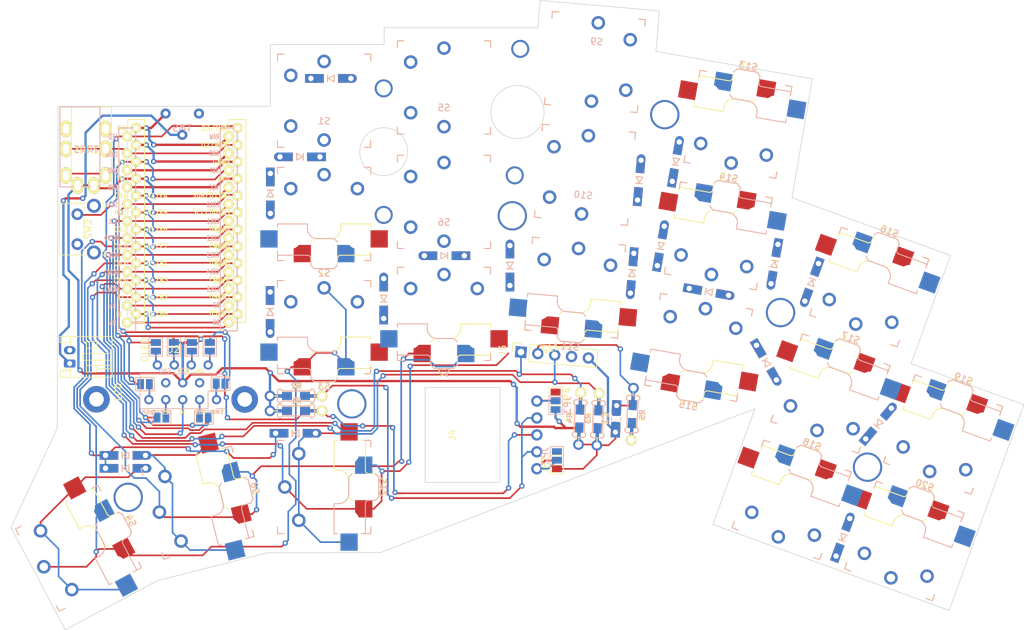
<source format=kicad_pcb>
(kicad_pcb (version 20210228) (generator pcbnew)
  (layers (0 "F.Cu" signal) (31 "B.Cu" signal) (34 "B.Paste" user) (35 "F.Paste" user) (36 "B.SilkS" user "B.Silkscreen") (37 "F.SilkS" user "F.Silkscreen") (38 "B.Mask" user) (39 "F.Mask" user) (44 "Edge.Cuts" user))
  (net 0 "")
  (net 1 "Net-(C1-Pad2)")
  (net 2 "VCC")
  (net 3 "Net-(D1-Pad2)")
  (net 4 "ROW0")
  (net 5 "Net-(D2-Pad2)")
  (net 6 "ROW1")
  (net 7 "Net-(D3-Pad2)")
  (net 8 "ROW2")
  (net 9 "Net-(D4-Pad2)")
  (net 10 "ROW3")
  (net 11 "Net-(D5-Pad2)")
  (net 12 "Net-(D6-Pad2)")
  (net 13 "Net-(D7-Pad2)")
  (net 14 "Net-(D8-Pad2)")
  (net 15 "Net-(D9-Pad2)")
  (net 16 "Net-(D10-Pad2)")
  (net 17 "Net-(D11-Pad2)")
  (net 18 "Net-(D12-Pad2)")
  (net 19 "Net-(D13-Pad2)")
  (net 20 "Net-(D14-Pad2)")
  (net 21 "Net-(D15-Pad2)")
  (net 22 "Net-(D16-Pad2)")
  (net 23 "Net-(D17-Pad2)")
  (net 24 "Net-(D18-Pad2)")
  (net 25 "Net-(D19-Pad2)")
  (net 26 "Net-(D20-Pad2)")
  (net 27 "SERIAL")
  (net 28 "Net-(J4-Pad5)")
  (net 29 "SDA")
  (net 30 "SCL")
  (net 31 "Net-(J4-Pad1)")
  (net 32 "GND")
  (net 33 "TP_CLK")
  (net 34 "TP_DATA")
  (net 35 "Net-(J6-Pad4)")
  (net 36 "Net-(J6-Pad3)")
  (net 37 "Net-(J6-Pad2)")
  (net 38 "Net-(J6-Pad1)")
  (net 39 "Net-(J2-Pad2)")
  (net 40 "Net-(J2-Pad4)")
  (net 41 "LCD_DI")
  (net 42 "BAT-")
  (net 43 "Net-(J8-Pad1)")
  (net 44 "LCD_CLK")
  (net 45 "LCD_CS")
  (net 46 "COL0")
  (net 47 "COL1")
  (net 48 "COL2")
  (net 49 "COL3")
  (net 50 "COL4")
  (net 51 "COL5")
  (net 52 "BAT+")
  (net 53 "RESET")
  (net 54 "unconnected-(J1-Pad1)")
  (net 55 "Net-(J2-Pad1)")
  (net 56 "Net-(J2-Pad5)")
  (footprint "Buzzard:D3_TH_SMD_v2" (layer "F.Cu") (at 94.68 107.34)
    (fp_text reference "D4" hide)
    (fp_text value "D_Small" hide)
  )
  (footprint "Buzzard:D3_TH_SMD_v2" (layer "F.Cu") (at 171.825 64.075 85)
    (fp_text reference "D9" hide)
    (fp_text value "D_Small" hide)
  )
  (footprint "Buzzard:D3_TH_SMD_v2" (layer "F.Cu") (at 94.68 105.4)
    (fp_text reference "D8" hide)
    (fp_text value "D_Small" hide)
  )
  (footprint "Buzzard:M2_HOLE_PCB" (layer "F.Cu") (at 112.58 97 90)
    (fp_text reference "U3" hide)
    (fp_text value "Hole")
  )
  (footprint "Connector_JST:JST_PH_S2B-PH-K_1x02_P2.00mm_Horizontal" (layer "F.Cu") (at 86.31 91.61 90)
    (fp_text reference "J8" hide)
    (fp_text value "Battery")
  )
  (footprint "Buzzard:Kailh_socket_PG1350_optional_reversible.kicad_mod" (layer "F.Cu") (at 180.731372 89.181624 170)
    (fp_text reference "S15")
    (fp_text value "Switch")
  )
  (footprint "Buzzard:Kailh_socket_PG1350_optional_reversible.kicad_mod" (layer "F.Cu") (at 124.5 69.150001 180)
    (fp_text reference "S2")
    (fp_text value "Switch")
  )
  (footprint "Jumper:SolderJumper-2_P1.3mm_Open_Pad1.0x1.5mm" (layer "F.Cu") (at 159.252684 96.525201 -90)
    (fp_text reference "JP4")
    (fp_text value "GND Jumper")
  )
  (footprint "Buzzard:Kailh_socket_PG1350_optional_reversible.kicad_mod" (layer "F.Cu") (at 211.626441 118.245096 -20)
    (fp_text reference "S20")
    (fp_text value "Switch")
  )
  (footprint "Buzzard:Kailh_socket_PG1350_optional_reversible.kicad_mod" (layer "F.Cu") (at 105.500001 112.495001 -76)
    (fp_text reference "S8")
    (fp_text value "Switch")
  )
  (footprint "Buzzard:D3_TH_SMD_v2" (layer "F.Cu") (at 182.275 80.85 -10)
    (fp_text reference "D15" hide)
    (fp_text value "D_Small" hide)
  )
  (footprint "Buzzard:HOLE_M2_TH" (layer "F.Cu") (at 193.03 83.96)
    (fp_text reference "U7" hide)
    (fp_text value "Hole" hide)
  )
  (footprint "Buzzard:Pimoroni Haptic Buzz DRV2605L Driver" (layer "F.Cu") (at 146.046979 102.325336 90)
    (fp_text reference "J4")
    (fp_text value "Haptic Buzz")
  )
  (footprint "Connector_PinSocket_2.54mm:PinSocket_1x05_P2.54mm_Vertical" (layer "F.Cu") (at 154.061396 89.894959 85)
    (fp_text reference "J5")
    (fp_text value "TrackPoint")
  )
  (footprint "Buzzard:D3_TH_SMD_v2" (layer "F.Cu") (at 116.425 66.075 -90)
    (fp_text reference "D2" hide)
    (fp_text value "D_Small" hide)
  )
  (footprint "Buzzard:Kailh_socket_PG1350_optional_reversible.kicad_mod" (layer "F.Cu") (at 206.340658 80.139184 -20)
    (fp_text reference "S16")
    (fp_text value "Switch")
  )
  (footprint "Buzzard:SW_PG1350_reversible" (layer "F.Cu") (at 124.500001 52.15 180)
    (fp_text reference "S1" hide)
    (fp_text value "Switch" hide)
  )
  (footprint "Buzzard:D3_TH_SMD_v2" (layer "F.Cu") (at 192.123502 76.676498 -100)
    (fp_text reference "D16" hide)
    (fp_text value "D_Small" hide)
  )
  (footprint "Jumper:SolderJumper-2_P1.3mm_Open_Pad1.0x1.5mm" (layer "F.Cu") (at 101.94 89.1 -90)
    (fp_text reference "JP15" hide)
    (fp_text value "SCL Jumper" hide)
  )
  (footprint "Buzzard:D3_TH_SMD_v2" (layer "F.Cu") (at 152.4 76.9 90)
    (fp_text reference "D10" hide)
    (fp_text value "D_Small" hide)
  )
  (footprint "Buzzard:HOLE_M2_TH" (layer "F.Cu") (at 175.65 54.24)
    (fp_text reference "U8" hide)
    (fp_text value "Hole" hide)
  )
  (footprint "Buzzard:D3_TH_SMD_v2" (layer "F.Cu") (at 120.875 60.575 180)
    (fp_text reference "D1" hide)
    (fp_text value "D_Small" hide)
  )
  (footprint "Buzzard:Kailh_socket_PG1350_optional_reversible.kicad_mod" (layer "F.Cu") (at 162.189458 80.210652 175)
    (fp_text reference "S11")
    (fp_text value "Switch")
  )
  (footprint "Buzzard:Kailh_socket_PG1350_optional_reversible.kicad_mod" (layer "F.Cu") (at 183.683391 72.439893 -10)
    (fp_text reference "S14")
    (fp_text value "Switch")
  )
  (footprint "Buzzard:M2_HOLE_PCB" (layer "F.Cu") (at 90.32 97)
    (fp_text reference "U2" hide)
    (fp_text value "Hole")
  )
  (footprint "Buzzard:Kailh_socket_PG1350_optional_reversible.kicad_mod" (layer "F.Cu") (at 217.440783 102.270322 -20)
    (fp_text reference "S19")
    (fp_text value "Switch")
  )
  (footprint "Buzzard:D3_TH_SMD_v2" (layer "F.Cu") (at 202.4 117.7 70)
    (fp_text reference "D20" hide)
    (fp_text value "D_Small" hide)
  )
  (footprint "Buzzard:D3_TH_SMD_v2" (layer "F.Cu") (at 125.525 48.8)
    (fp_text reference "D5" hide)
    (fp_text value "D_Small" hide)
  )
  (footprint "Buzzard:SharpMemoryLcdBreakout-Reversable" (layer "F.Cu") (at 103.28 92.27)
    (fp_text reference "J2")
    (fp_text value "LCD")
  )
  (footprint "Buzzard:SW_Tactile_SPST_Angled_PTS645Vx39-2LFS" (layer "F.Cu") (at 87.4525 73.685 90)
    (fp_text reference "SW2")
    (fp_text value "Reset")
  )
  (footprint "Jumper:SolderJumper-2_P1.3mm_Open_Pad1.0x1.5mm" (layer "F.Cu") (at 104.64 89.1 -90)
    (fp_text reference "JP14" hide)
    (fp_text value "VCC Jumper" hide)
  )
  (footprint "Jumper:SolderJumper-2_P1.3mm_Open_Pad1.0x1.5mm" (layer "F.Cu") (at 106.455201 99.712115 180)
    (fp_text reference "JP9" hide)
    (fp_text value "LCD CLK Jumper" hide)
  )
  (footprint "Buzzard:Kailh_socket_PG1350_optional_reversible.kicad_mod" (layer "F.Cu") (at 186.635411 55.69816 -10)
    (fp_text reference "S13")
    (fp_text value "Switch")
  )
  (footprint "Jumper:SolderJumper-2_P1.3mm_Open_Pad1.0x1.5mm" (layer "F.Cu") (at 97.61 94.705201)
    (fp_text reference "JP19" hide)
    (fp_text value "LCD CLK Jumper" hide)
  )
  (footprint "Buzzard:D3_TH_SMD_v2" (layer "F.Cu") (at 133.45 81.85 90)
    (fp_text reference "D7" hide)
    (fp_text value "D_Small" hide)
  )
  (footprint "Buzzard:Resistor-TH_SMD" (layer "F.Cu") (at 162.87 99.87 -92.5)
    (fp_text reference "R4")
    (fp_text value "4.7kΩ" hide)
  )
  (footprint "Buzzard:D3_TH_SMD_v2" (layer "F.Cu") (at 207.75 100.625 50)
    (fp_text reference "D19" hide)
    (fp_text value "D_Small" hide)
  )
  (footprint "Buzzard:Kailh_socket_PG1350_optional_reversible.kicad_mod" (layer "F.Cu") (at 142.5 84.150001 180)
    (fp_text reference "S7")
    (fp_text value "Switch")
  )
  (footprint "Buzzard:Kailh_socket_PG1350_optional_reversible.kicad_mod" (layer "F.Cu") (at 194.711974 112.088733 -20)
    (fp_text reference "S18")
    (fp_text value "Switch")
  )
  (footprint "Buzzard:D3_TH_SMD_v2" (layer "F.Cu") (at 116.4 83.875 -90)
    (fp_text reference "D3" hide)
    (fp_text value "D_Small" hide)
  )
  (footprint "Jumper:SolderJumper-2_P1.3mm_Open_Pad1.0x1.5mm" (layer "F.Cu") (at 107.34 89.1 -90)
    (fp_text reference "JP13" hide)
    (fp_text value "GND Jumper" hide)
  )
  (footprint "Jumper:SolderJumper-2_P1.3mm_Open_Pad1.0x1.5mm" (layer "F.Cu") (at 99.24 89.1 -90)
    (fp_text reference "JP16" hide)
    (fp_text value "SDA Jumper" hide)
  )
  (footprint "Buzzard:SW_PG1350_reversible" (layer "F.Cu") (at 163.671107 63.275341 175)
    (fp_text reference "S10" hide)
    (fp_text value "Switch" hide)
  )
  (footprint "Buzzard:Kailh_socket_PG1350_optional_reversible.kicad_mod" (layer "F.Cu") (at 200.526316 96.113959 -20)
    (fp_text reference "S17")
    (fp_text value "Switch")
  )
  (footprint "Buzzard:Resistor-TH_SMD" (layer "F.Cu") (at 120.29 98.72 180)
    (fp_text reference "R1")
    (fp_text value "4.7kΩ" hide)
  )
  (footprint "Buzzard:HOLE_M2_TH" (layer "F.Cu") (at 95.09 111.7)
    (fp_text reference "U5" hide)
    (fp_text value "Hole" hide)
  )
  (footprint "Buzzard:SW_PG1350_reversible" (layer "F.Cu") (at 142.5 50.15 180)
    (fp_text reference "S5" hide)
    (fp_text value "Switch" hide)
  )
  (footprint "Buzzard:Kailh_socket_PG1350_optional_reversible.kicad_mod" (layer "F.Cu") (at 124.5 86.15 180)
    (fp_text reference "S3")
    (fp_text value "Switch")
  )
  (footprint "Buzzard:HOLE_M2_TH" (layer "F.Cu") (at 152.76 69.43)
    (fp_text reference "U9" hide)
    (fp_text value "Hole" hide)
  )
  (footprint "Buzzard:D3_TH_SMD_v2" (layer "F.Cu") (at 190.918958 91.468958 -60)
    (fp_text reference "D18" hide)
    (fp_text value "D_Small" hide)
  )
  (footprint "Buzzard:HOLE_M2_TH" (layer "F.Cu") (at 133.452684 69.295201)
    (fp_text reference "U11" hide)
    (fp_text value "Hole" hide)
  )
  (footprint "Jumper:SolderJumper-2_P1.3mm_Open_Pad1.0x1.5mm" (layer "F.Cu") (at 100.084799 99.717885)
    (fp_text reference "JP12" hide)
    (fp_text value "LCD CS Jumper" hide)
  )
  (footprint "Buzzard:HOLE_M2_TH" (layer "F.Cu") (at 128.66 97.67)
    (fp_text reference "U6" hide)
    (fp_text value "Hole" hide)
  )
  (footprint "Buzzard:D3_TH_SMD_v2" (layer "F.Cu") (at 177.3 61.3 80)
    (fp_text reference "D13" hide)
    (fp_text value "D_Small" hide)
  )
  (footprint "Buzzard:D3_TH_SMD_v2" (layer "F.Cu") (at 120.22 102.08)
    (fp_text reference "D12" hide)
    (fp_text value "D_Small" hide)
  )
  (footprint "Buzzard:D3_TH_SMD_v2" (layer "F.Cu") (at 175.051498 73.948502 80)
    (fp_text reference "D14" hide)
    (fp_text value "D_Small" hide)
  )
  (footprint "Buzzard:Resistor-TH_SMD" (layer "F.Cu") (at 120.28 96.48 180)
    (fp_text reference "R2")
    (fp_text value "4.7kΩ" hide)
  )
  (footprint "Buzzard:D3_TH_SMD_v2" (layer "F.Cu") (at 142.55 75.42 180)
    (fp_text reference "D6" hide)
    (fp_text value "D_Small" hide)
  )
  (footprint "Jumper:SolderJumper-2_P1.3mm_Open_Pad1.0x1.5mm" (layer "F.Cu") (at 108.955201 94.63 180)
    (fp_text reference "JP18" hide)
    (fp_text value "LCD CS Jumper" hide)
  )
  (footprint "Buzzard:HOLE_M2_TH" (layer "F.Cu") (at 153.125 63.35)
    (fp_text reference "U10" hide)
    (fp_text value "Hole" hide)
  )
  (footprint "Buzzard:ProMicro_v2" (layer "F.Cu") (at 103.835174 70.721594)
    (fp_text reference "U1" hide)
    (fp_text value "ProMicro" hide)
  )
  (footprint "Buzzard:SW_PG1350_reversible" (layer "F.Cu") (at 142.500001 67.335 180)
    (fp_text reference "S6" hide)
    (fp_text value "Switch" hide)
  )
  (footprint "Buzzard:Kailh_socket_PG1350_optional_reversible.kicad_mod" (layer "F.Cu") (at 124.500001 110.150001 -90)
    (fp_text reference "S12")
    (fp_text value "Switch")
  )
  (footprint "Buzzard:Kailh_socket_PG1350_optional_reversible.kicad_mod" (layer "F.Cu") (at 87.63 119.355002 -62)
    (fp_text reference "S4")
    (fp_text value "Switch")
  )
  (footprint "Buzzard:Resistor-TH_SMD" (layer "F.Cu") (at 170.78 99.2 87.5)
    (fp_text reference "R5")
    (fp_text value "100kΩ" hide)
  )
  (footprint "Buzzard:D3_TH_SMD_v2" (layer "F.Cu") (at 197.708443 79.416556 -110)
    (fp_text reference "D17" hide)
    (fp_text value "D_Small" hide)
  )
  (footprint "Buzzard:C_THT_SMD_0805_HandSolder_Reversable" (layer "F.Cu") (at 168.33471 99.915976 87.5)
    (fp_text reference "C1")
    (fp_text value "2.2uF")
  )
  (footprint "Buzzard:SW_PG1350_reversible" (layer "F.Cu") (at 165.152754 46.340032 -5)
    (fp_text reference "S9" hide)
    (fp_text value "Switch" hide)
  )
  (footprint "Buzzard:HOLE_M2_TH" (layer "F.Cu") (at 153.951087 44.367875)
    (fp_text reference "U13" hide)
    (fp_text value "Hole" hide)
  )
  (footprint "Buzzard:D3_TH_SMD_v2" (layer "F.Cu") (at 170.747911 78.052089 -95)
    (fp_text reference "D11" hide)
    (fp_text value "D_Small" hide)
  )
  (footprint "Jumper:SolderJumper-2_P1.3mm_Open_Pad1.0x1.5mm" (layer "F.Cu") (at 159.452684 106.775201 90)
    (fp_text reference "JP1")
    (fp_text value "VCC Jumper")
  )
  (footprint "Buzzard:HOLE_M2_TH" (layer "F.Cu") (at 133.452684 50.295201)
    (fp_text reference "U12" hide)
    (fp_text value "Hole" hide)
  )
  (footprint "Buzzard:OLED" (layer "F.Cu") (at 103.28 91.83)
    (fp_text reference "J6")
    (fp_text value "OLED" hide)
  )
  (footprint "Buzzard:MJ-4PP-9" (layer "F.Cu") (at 89.582885 53.075201)
    (fp_text reference "J1")
    (fp_text value "PJ-320A" hide)
  )
  (footprint "Buzzard:Resistor-TH_SMD" (layer "F.Cu") (at 165.62 99.98 -92.5)
    (fp_text reference "R3")
    (fp_text value "4.7kΩ" hide)
  )
  (footprint "Buzzard:HOLE_M2_TH" (layer "F.Cu") (at 206.09 107.17)
    (fp_text reference "U4" hide)
    (fp_text value "Hole" hide)
  )
  (footprint "Jumper:SolderJumper-2_P1.3mm_Open_Pad1.0x1.5mm" (layer "B.Cu") (at 107.34 89.1 90)
    (fp_text reference "JP5" hide)
    (fp_text value "SDA Jumper" hide)
  )
  (footprint "Jumper:SolderJumper-2_P1.3mm_Open_Pad1.0x1.5mm" (layer "B.Cu") (at 100.084799 99.717885)
    (fp_text reference "JP11" hide)
    (fp_text value "LCD CLK Jumper" hide)
  )
  (footprint "Jumper:SolderJumper-2_P1.3mm_Open_Pad1.0x1.5mm" (layer "B.Cu") (at 106.455201 99.712115 180)
    (fp_text reference "JP10" hide)
    (fp_text value "LCD CS Jumper" hide)
  )
  (footprint "Jumper:SolderJumper-2_P1.3mm_Open_Pad1.0x1.5mm" (layer "B.Cu") (at 97.61 94.705201)
    (fp_text reference "JP20" hide)
    (fp_text value "LCD CS Jumper" hide)
  )
  (footprint "Buzzard:SW-TH_3P-L9.1-W3.5-P2.50-S3.20-A3" (layer "B.Cu") (at 103.207885 55.675201)
    (fp_text reference "SW1")
    (fp_text value "SW_DPST_x2")
  )
  (footprint "Jumper:SolderJumper-2_P1.3mm_Open_Pad1.0x1.5mm" (layer "B.Cu") (at 99.24 89.1 90)
    (fp_text reference "JP8" hide)
    (fp_text value "GND Jumper" hide)
  )
  (footprint "Jumper:SolderJumper-2_P1.3mm_Open_Pad1.0x1.5mm" (layer "B.Cu") (at 159.452684 105.475201 -90)
    (fp_text reference "JP2")
    (fp_text value "GND Jumper")
  )
  (footprint "Jumper:SolderJumper-2_P1.3mm_Open_Pad1.0x1.5mm" (layer "B.Cu") (at 159.252684 97.875201 90)
    (fp_text reference "JP3")
    (fp_text value "VCC Jumper")
  )
  (footprint "Jumper:SolderJumper-2_P1.3mm_Open_Pad1.0x1.5mm" (layer "B.Cu") (at 108.955201 94.63 180)
    (fp_text reference "JP17" hide)
    (fp_text value "LCD CLK Jumper" hide)
  )
  (footprint "Jumper:SolderJumper-2_P1.3mm_Open_Pad1.0x1.5mm" (layer "B.Cu") (at 104.64 89.1 90)
    (fp_text reference "JP6" hide)
    (fp_text value "SCL Jumper" hide)
  )
  (footprint "Jumper:SolderJumper-2_P1.3mm_Open_Pad1.0x1.5mm" (layer "B.Cu") (at 101.94 89.1 90)
    (fp_text reference "JP7" hide)
    (fp_text value "VCC Jumper" hide)
  )
  (gr_line (start 133.525 41.2) (end 156.575 41.2) (layer "Edge.Cuts") (width 0.1))
  (gr_line (start 229.56069 97.784295) (end 212.624729 91.630264) (layer "Edge.Cuts") (width 0.1))
  (gr_line (start 194.75 66.72) (end 197.81 48.855) (layer "Edge.Cuts") (width 0.1))
  (gr_line (start 156.95 37.1) (end 174.83 38.66) (layer "Edge.Cuts") (width 0.1))
  (gr_line (start 218.56 75.38) (end 194.75 66.72) (layer "Edge.Cuts") (width 0.1))
  (gr_line (start 197.81 48.855) (end 174.33 44.75) (layer "Edge.Cuts") (width 0.1))
  (gr_circle (center 153.536703 53.858833) (end 157.536703 53.858833) (layer "Edge.Cuts") (width 0.1) (fill none))
  (gr_line (start 116.425 52.977616) (end 116.425 43.722385) (layer "Edge.Cuts") (width 0.1))
  (gr_line (start 84.435523 97.372845) (end 84.55172 52.994) (layer "Edge.Cuts") (width 0.1))
  (gr_line (start 133.525 43.725) (end 133.525 41.2) (layer "Edge.Cuts") (width 0.1))
  (gr_circle (center 133.452684 59.795201) (end 137.052684 59.795201) (layer "Edge.Cuts") (width 0.1) (fill none))
  (gr_line (start 218.347624 128.669116) (end 229.56069 97.784295) (layer "Edge.Cuts") (width 0.1))
  (gr_line (start 115.978999 120.026522) (end 99.517295 124.189548) (layer "Edge.Cuts") (width 0.1))
  (gr_line (start 77.481409 116.242173) (end 85.635538 131.574805) (layer "Edge.Cuts") (width 0.1))
  (gr_line (start 189.187995 98.399717) (end 182.871279 115.767372) (layer "Edge.Cuts") (width 0.1))
  (gr_line (start 132.929449 119.997359) (end 189.187995 98.399717) (layer "Edge.Cuts") (width 0.1))
  (gr_line (start 116.425 43.722385) (end 133.525 43.725) (layer "Edge.Cuts") (width 0.1))
  (gr_line (start 218.347624 128.669116) (end 182.871279 115.767372) (layer "Edge.Cuts") (width 0.1))
  (gr_line (start 212.624729 91.630264) (end 218.56 75.38) (layer "Edge.Cuts") (width 0.1))
  (gr_line (start 84.55172 52.994) (end 116.425 52.977616) (layer "Edge.Cuts") (width 0.1))
  (gr_line (start 84.435523 97.372845) (end 84.435523 101.33) (layer "Edge.Cuts") (width 0.1))
  (gr_line (start 156.575 41.2) (end 156.95 37.1) (layer "Edge.Cuts") (width 0.1))
  (gr_rect (start 139.672684 95.205201) (end 150.922684 109.445201) (layer "Edge.Cuts") (width 0.1) (fill none))
  (gr_line (start 77.481409 116.242173) (end 84.435523 101.33) (layer "Edge.Cuts") (width 0.1))
  (gr_line (start 115.978999 120.026522) (end 132.929449 119.997359) (layer "Edge.Cuts") (width 0.1))
  (gr_line (start 174.33 44.75) (end 174.83 38.66) (layer "Edge.Cuts") (width 0.1))
  (gr_line (start 99.517295 124.189548) (end 85.635538 131.574805) (layer "Edge.Cuts") (width 0.1))
  (gr_text "LCD" (at 93.607885 95.875201 90) (layer "F.SilkS") (effects (font (size 1 1))))
  (segment (start 168.38 88.83) (end 168.98 89.43) (width 0.25) (layer "F.Cu") (net 1))
  (segment (start 156.92 88.83) (end 168.38 88.83) (width 0.25) (layer "F.Cu") (net 1))
  (segment (start 170.772291 97.91788) (end 170.838886 97.851285) (width 0.25) (layer "F.Cu") (net 1))
  (segment (start 156.591731 90.116335) (end 157.02433 90.116335) (width 0.25) (layer "F.Cu") (net 1))
  (segment (start 156.591731 90.116335) (end 156.591731 89.158269) (width 0.25) (layer "F.Cu") (net 1))
  (segment (start 156.591731 89.158269) (end 156.92 88.83) (width 0.25) (layer "F.Cu") (net 1))
  (segment (start 168.421949 97.91788) (end 170.772291 97.91788) (width 0.25) (layer "F.Cu") (net 1))
  (segment (start 170.548267 98.141904) (end 170.838886 97.851285) (width 0.25) (layer "F.Cu") (net 1))
  (via (at 168.98 89.43) (size 0.8) (drill 0.4) (layers "F.Cu" "B.Cu") (net 1))
  (segment (start 168.98 89.43) (end 168.98 93.333596) (width 0.25) (layer "B.Cu") (net 1))
  (segment (start 168.98 93.333596) (end 170.950116 95.303712) (width 0.25) (layer "B.Cu") (net 1))
  (segment (start 159.452684 107.425201) (end 163.394799 107.425201) (width 0.25) (layer "F.Cu") (net 2))
  (segment (start 159.20835 101.3) (end 160.79 101.3) (width 0.35) (layer "F.Cu") (net 2))
  (segment (start 153.96339 101.100825) (end 159.009175 101.100825) (width 0.35) (layer "F.Cu") (net 2))
  (segment (start 94.18 63.87) (end 94.186406 63.863594) (width 0.35) (layer "F.Cu") (net 2))
  (segment (start 165.449884 103.876288) (end 167.233712 103.876288) (width 0.25) (layer "F.Cu") (net 2))
  (segment (start 94.186406 63.863594) (end 96.271574 63.863594) (width 0.35) (layer "F.Cu") (net 2))
  (segment (start 115.755489 92.325489) (end 116.43 93) (width 0.35) (layer "F.Cu") (net 2))
  (segment (start 159.009175 101.100825) (end 159.20835 101.3) (width 0.35) (layer "F.Cu") (net 2))
  (segment (start 162.729829 101.3) (end 162.811114 101.218715) (width 0.35) (layer "F.Cu") (net 2))
  (segment (start 109.218234 92.325489) (end 115.755489 92.325489) (width 0.35) (layer "F.Cu") (net 2))
  (segment (start 103.27 88.72) (end 103.54 88.45) (width 0.35) (layer "F.Cu") (net 2))
  (segment (start 165.449884 105.370116) (end 165.449884 103.876288) (width 0.25) (layer "F.Cu") (net 2))
  (segment (start 165.339884 103.766288) (end 165.449884 103.876288) (width 0.25) (layer "F.Cu") (net 2))
  (segment (start 104.54 93.23) (end 108.313723 93.23) (width 0.35) (layer "F.Cu") (net 2))
  (segment (start 116.43 93) (end 117.67 94.24) (width 0.35) (layer "F.Cu") (net 2))
  (segment (start 163.394799 107.425201) (end 165.449884 105.370116) (width 0.25) (layer "F.Cu") (net 2))
  (segment (start 101.86 93.09) (end 103.27 94.5) (width 0.35) (layer "F.Cu") (net 2))
  (segment (start 162.699884 103.766288) (end 165.339884 103.766288) (width 0.25) (layer "F.Cu") (net 2))
  (segment (start 96.271574 63.863594) (end 97.807885 63.863594) (width 0.35) (layer "F.Cu") (net 2))
  (segment (start 98.807885 66.475201) (end 108.843567 66.475201) (width 0.35) (layer "F.Cu") (net 2))
  (segment (start 90.327684 65.27) (end 89.932885 64.875201) (width 0.35) (layer "F.Cu") (net 2))
  (segment (start 160.79 101.3) (end 162.729829 101.3) (width 0.35) (layer "F.Cu") (net 2))
  (segment (start 117.67 94.24) (end 152.43 94.24) (width 0.35) (layer "F.Cu") (net 2))
  (segment (start 108.313723 93.23) (end 109.218234 92.325489) (width 0.35) (layer "F.Cu") (net 2))
  (segment (start 94.18 63.87) (end 92.78 65.27) (width 0.35) (layer "F.Cu") (net 2))
  (segment (start 168.247471 102.862529) (end 168.247471 101.914072) (width 0.25) (layer "F.Cu") (net 2))
  (segment (start 108.843567 66.475201) (end 110.185174 65.133594) (width 0.35) (layer "F.Cu") (net 2))
  (segment (start 152.43 94.24) (end 152.94 94.75) (width 0.35) (layer "F.Cu") (net 2))
  (segment (start 103.27 94.5) (end 104.54 93.23) (width 0.35) (layer "F.Cu") (net 2))
  (segment (start 103.54 88.45) (end 104.64 88.45) (width 0.35) (layer "F.Cu") (net 2))
  (segment (start 103.27 94.5) (end 103.27 88.72) (width 0.35) (layer "F.Cu") (net 2))
  (segment (start 92.78 65.27) (end 90.327684 65.27) (width 0.35) (layer "F.Cu") (net 2))
  (segment (start 159.8 100.31) (end 160.79 101.3) (width 0.35) (layer "F.Cu") (net 2))
  (segment (start 87.86646 92.61) (end 88.34646 93.09) (width 0.35) (layer "F.Cu") (net 2))
  (segment (start 88.34646 93.09) (end 101.86 93.09) (width 0.35) (layer "F.Cu") (net 2))
  (segment (start 159.432819 107.405336) (end 159.452684 107.425201) (width 0.25) (layer "F.Cu") (net 2))
  (segment (start 87.482885 64.875201) (end 89.932885 64.875201) (width 0.35) (layer "F.Cu") (net 2))
  (segment (start 153.4755 100.612935) (end 153.96339 101.100825) (width 0.35) (layer "F.Cu") (net 2))
  (segment (start 167.233712 103.876288) (end 168.247471 102.862529) (width 0.25) (layer "F.Cu") (net 2))
  (via (at 116.43 93) (size 0.8) (drill 0.4) (layers "F.Cu" "B.Cu") (net 2))
  (via (at 87.86646 92.61) (size 0.8) (drill 0.4) (layers "F.Cu" "B.Cu") (net 2))
  (via (at 152.94 94.75) (size 0.8) (drill 0.4) (layers "F.Cu" "B.Cu") (net 2))
  (via (at 94.18 63.87) (size 0.8) (drill 0.4) (layers "F.Cu" "B.Cu") (net 2))
  (via (at 98.807885 66.475201) (size 0.8) (drill 0.4) (layers "F.Cu" "B.Cu") (net 2))
  (via (at 153.4755 100.612935) (size 0.8) (drill 0.4) (layers "F.Cu" "B.Cu") (net 2))
  (via (at 159.8 100.31) (size 0.8) (drill 0.4) (layers "F.Cu" "B.Cu") (net 2))
  (via (at 97.807885 63.863594) (size 0.8) (drill 0.4) (layers "F.Cu" "B.Cu") (net 2))
  (segment (start 97.807885 64.075201) (end 97.807885 63.863594) (width 0.35) (layer "B.Cu") (net 2))
  (segment (start 167.12 100.786601) (end 167.12 93.717727) (width 0.35) (layer "B.Cu") (net 2))
  (segment (start 101.94 88.45) (end 103.04 88.45) (width 0.35) (layer "B.Cu") (net 2))
  (segment (start 167.12 93.717727) (end 164.182734 90.780461) (width 0.35) (layer "B.Cu") (net 2))
  (segment (start 153.420825 100.55826) (end 153.420825 95.230825) (width 0.35) (layer "B.Cu") (net 2))
  (segment (start 116.43 93) (end 116.45 92.98) (width 0.35) (layer "B.Cu") (net 2))
  (segment (start 116.39 98.72) (end 116.39 96.49) (width 0.35) (layer "B.Cu") (net 2))
  (segment (start 116.45 92.98) (end 116.45 92.97) (width 0.35) (layer "B.Cu") (net 2))
  (segment (start 116.38 93.05) (end 116.38 96.48) (width 0.35) (layer "B.Cu") (net 2))
  (segment (start 86.13 66.228086) (end 87.482885 64.875201) (width 0.35) (layer "B.Cu") (net 2))
  (segment (start 87.86646 92.61) (end 87.612429 92.355969) (width 0.35) (layer "B.Cu") (net 2))
  (segment (start 168.247471 101.914072) (end 167.12 100.786601) (width 0.35) (layer "B.Cu") (net 2))
  (segment (start 103.27 88.68) (end 103.27 94.5) (width 0.35) (layer "B.Cu") (net 2))
  (segment (start 87.612429 79.125427) (end 86.13 77.642998) (width 0.35) (layer "B.Cu") (net 2))
  (segment (start 159.8 100.31) (end 159.252684 99.762684) (width 0.35) (layer "B.Cu") (net 2))
  (segment (start 103.04 88.45) (end 103.27 88.68) (width 0.35) (layer "B.Cu") (net 2))
  (segment (start 116.43 93) (end 116.38 93.05) (width 0.35) (layer "B.Cu") (net 2))
  (segment (start 159.252684 99.762684) (end 159.252684 98.525201) (width 0.35) (layer "B.Cu") (net 2))
  (segment (start 116.39 96.49) (end 116.38 96.48) (width 0.35) (layer "B.Cu") (net 2))
  (segment (start 116.43 93) (end 116.45 93.02) (width 0.35) (layer "B.Cu") (net 2))
  (segment (start 98.807885 65.075201) (end 97.807885 64.075201) (width 0.35) (layer "B.Cu") (net 2))
  (segment (start 87.612429 92.355969) (end 87.612429 79.125427) (width 0.35) (layer "B.Cu") (net 2))
  (segment (start 159.252684 98.525201) (end 159.55651 98.525201) (width 0.35) (layer "B.Cu") (net 2))
  (segment (start 153.4755 100.612935) (end 153.420825 100.55826) (width 0.35) (layer "B.Cu") (net 2))
  (segment (start 153.420825 95.230825) (end 152.94 94.75) (width 0.35) (layer "B.Cu") (net 2))
  (segment (start 116.38 98.71) (end 116.39 98.72) (width 0.35) (layer "B.Cu") (net 2))
  (segment (start 116.45 92.97) (end 116.4 92.92) (width 0.35) (layer "B.Cu") (net 2))
  (segment (start 86.13 77.642998) (end 86.13 66.228086) (width 0.35) (layer "B.Cu") (net 2))
  (segment (start 98.807885 66.475201) (end 98.807885 65.075201) (width 0.35) (layer "B.Cu") (net 2))
  (segment (start 108.91167 68.947098) (end 110.185174 67.673594) (width 0.25) (layer "F.Cu") (net 4))
  (segment (start 98.835988 68.947098) (end 108.91167 68.947098) (width 0.25) (layer "F.Cu") (net 4))
  (segment (start 96.271574 66.403594) (end 97.779492 66.403594) (width 0.25) (layer "F.Cu") (net 4))
  (via (at 97.779492 66.403594) (size 0.8) (drill 0.4) (layers "F.Cu" "B.Cu") (net 4))
  (via (at 98.835988 68.947098) (size 0.8) (drill 0.4) (layers "F.Cu" "B.Cu") (net 4))
  (segment (start 97.779492 66.746808) (end 97.779492 66.403594) (width 0.25) (layer "B.Cu") (net 4))
  (segment (start 98.835988 68.947098) (end 98.835988 67.803304) (width 0.25) (layer "B.Cu") (net 4))
  (segment (start 98.835988 67.803304) (end 97.779492 66.746808) (width 0.25) (layer "B.Cu") (net 4))
  (segment (start 98.807335 71.47334) (end 108.925428 71.47334) (width 0.25) (layer "F.Cu") (net 6))
  (segment (start 96.271574 68.943594) (end 97.807885 68.943594) (width 0.25) (layer "F.Cu") (net 6))
  (segment (start 108.925428 71.47334) (end 110.185174 70.213594) (width 0.25) (layer "F.Cu") (net 6))
  (via (at 97.807885 68.943594) (size 0.8) (drill 0.4) (layers "F.Cu" "B.Cu") (net 6))
  (via (at 98.807335 71.47334) (size 0.8) (drill 0.4) (layers "F.Cu" "B.Cu") (net 6))
  (segment (start 98.807335 69.943044) (end 97.807885 68.943594) (width 0.25) (layer "B.Cu") (net 6))
  (segment (start 98.807335 71.47334) (end 98.807335 69.943044) (width 0.25) (layer "B.Cu") (net 6))
  (segment (start 98.807885 74.075201) (end 108.863567 74.075201) (width 0.25) (layer "F.Cu") (net 8))
  (segment (start 108.863567 74.075201) (end 110.185174 72.753594) (width 0.25) (layer "F.Cu") (net 8))
  (segment (start 96.271574 71.483594) (end 97.807885 71.483594) (width 0.25) (layer "F.Cu") (net 8))
  (via (at 97.807885 71.483594) (size 0.8) (drill 0.4) (layers "F.Cu" "B.Cu") (net 8))
  (via (at 98.807885 74.075201) (size 0.8) (drill 0.4) (layers "F.Cu" "B.Cu") (net 8))
  (segment (start 97.807885 71.675201) (end 97.807885 71.483594) (width 0.25) (layer "B.Cu") (net 8))
  (segment (start 98.807885 72.675201) (end 97.807885 71.675201) (width 0.25) (layer "B.Cu") (net 8))
  (segment (start 98.807885 74.075201) (end 98.807885 72.675201) (width 0.25) (layer "B.Cu") (net 8))
  (segment (start 95.115 108.68) (end 96.455 107.34) (width 0.25) (layer "F.Cu") (net 9))
  (segment (start 88.664268 108.68) (end 95.115 108.68) (width 0.25) (layer "F.Cu") (net 9))
  (segment (start 86.677233 110.667035) (end 87.056176 110.288092) (width 0.25) (layer "F.Cu") (net 9))
  (segment (start 81.927441 115.416827) (end 87.056176 110.288092) (width 0.25) (layer "F.Cu") (net 9))
  (segment (start 87.056176 110.288092) (end 88.664268 108.68) (width 0.25) (layer "F.Cu") (net 9))
  (segment (start 81.927441 116.724256) (end 81.927441 115.416827) (width 0.25) (layer "F.Cu") (net 9))
  (segment (start 84.64 123.571575) (end 84.64 123.39) (width 0.25) (layer "B.Cu") (net 9))
  (segment (start 84.64 123.39) (end 84.64 123.52) (width 0.25) (layer "B.Cu") (net 9))
  (segment (start 86.622157 125.553732) (end 94.173074 125.553732) (width 0.25) (layer "B.Cu") (net 9))
  (segment (start 86.622157 125.553732) (end 84.64 123.571575) (width 0.25) (layer "B.Cu") (net 9))
  (segment (start 84.64 119.436815) (end 84.64 123.39) (width 0.25) (layer "B.Cu") (net 9))
  (segment (start 81.927441 116.724256) (end 84.64 119.436815) (width 0.25) (layer "B.Cu") (net 9))
  (segment (start 94.173074 125.553732) (end 94.825931 124.900875) (width 0.25) (layer "B.Cu") (net 9))
  (segment (start 91.693594 74.023594) (end 96.271574 74.023594) (width 0.25) (layer "F.Cu") (net 10))
  (segment (start 98.807885 76.475201) (end 109.003567 76.475201) (width 0.25) (layer "F.Cu") (net 10))
  (segment (start 89.8855 105.4) (end 91.68 105.4) (width 0.25) (layer "F.Cu") (net 10))
  (segment (start 104.12 104.42) (end 103.88 104.18) (width 0.25) (layer "F.Cu") (net 10))
  (segment (start 91.919 105.4) (end 91.68 105.4) (width 0.25) (layer "F.Cu") (net 10))
  (segment (start 103.88 104.18) (end 93.139 104.18) (width 0.25) (layer "F.Cu") (net 10))
  (segment (start 90.972748 73.302748) (end 91.693594 74.023594) (width 0.25) (layer "F.Cu") (net 10))
  (segment (start 89.70457 73.302748) (end 90.972748 73.302748) (width 0.25) (layer "F.Cu") (net 10))
  (segment (start 89.5555 105.07) (end 89.8855 105.4) (width 0.25) (layer "F.Cu") (net 10))
  (segment (start 110.9 105.8) (end 109.885 104.785) (width 0.25) (layer "F.Cu") (net 10))
  (segment (start 116.35 105.8) (end 110.9 105.8) (width 0.25) (layer "F.Cu") (net 10))
  (segment (start 116.87 105.28) (end 116.35 105.8) (width 0.25) (layer "F.Cu") (net 10))
  (segment (start 109.003567 76.475201) (end 110.185174 75.293594) (width 0.25) (layer "F.Cu") (net 10))
  (segment (start 93.139 104.18) (end 91.919 105.4) (width 0.25) (layer "F.Cu") (net 10))
  (segment (start 96.271574 74.023594) (end 97.807885 74.023594) (width 0.25) (layer "F.Cu") (net 10))
  (segment (start 117.22 102.08) (end 116.798194 101.658194) (width 0.25) (layer "F.Cu") (net 10))
  (via (at 89.5555 105.07) (size 0.8) (drill 0.4) (layers "F.Cu" "B.Cu") (net 10))
  (via (at 109.885 104.785) (size 0.8) (drill 0.4) (layers "F.Cu" "B.Cu") (net 10))
  (via (at 89.70457 73.302748) (size 0.8) (drill 0.4) (layers "F.Cu" "B.Cu") (net 10))
  (via (at 104.12 104.42) (size 0.8) (drill 0.4) (layers "F.Cu" "B.Cu") (net 10))
  (via (at 97.807885 74.023594) (size 0.8) (drill 0.4) (layers "F.Cu" "B.Cu") (net 10))
  (via (at 98.807885 76.475201) (size 0.8) (drill 0.4) (layers "F.Cu" "B.Cu") (net 10))
  (via (at 116.87 105.28) (size 0.8) (drill 0.4) (layers "F.Cu" "B.Cu") (net 10))
  (segment (start 88.111949 88.319102) (end 88.111949 74.731274) (width 0.25) (layer "B.Cu") (net 10))
  (segment (start 104.485 104.785) (end 109.885 104.785) (width 0.25) (layer "B.Cu") (net 10))
  (segment (start 116.87 105.28) (end 117.22 104.93) (width 0.25) (layer "B.Cu") (net 10))
  (segment (start 88.59096 88.798113) (end 88.111949 88.319102) (width 0.25) (layer "B.Cu") (net 10))
  (segment (start 117.22 104.93) (end 117.22 102.08) (width 0.25) (layer "B.Cu") (net 10))
  (segment (start 97.807885 74.023594) (end 97.807885 74.275201) (width 0.25) (layer "B.Cu") (net 10))
  (segment (start 97.807885 74.275201) (end 98.807885 75.275201) (width 0.25) (layer "B.Cu") (net 10))
  (segment (start 89.34 100.751436) (end 86.97096 98.382395) (width 0.25) (layer "B.Cu") (net 10))
  (segment (start 88.111949 74.731274) (end 89.540475 73.302748) (width 0.25) (layer "B.Cu") (net 10))
  (segment (start 91.68 105.4) (end 91.68 107.34) (width 0.25) (layer "B.Cu") (net 10))
  (segment (start 104.12 104.42) (end 104.485 104.785) (width 0.25) (layer "B.Cu") (net 10))
  (segment (start 89.540475 73.302748) (end 89.70457 73.302748) (width 0.25) (layer "B.Cu") (net 10))
  (segment (start 98.807885 75.275201) (end 98.807885 76.475201) (width 0.25) (layer "B.Cu") (net 10))
  (segment (start 89.34 104.8545) (end 89.34 100.751436) (width 0.25) (layer "B.Cu") (net 10))
  (segment (start 86.97096 98.382395) (end 86.97096 95.157604) (width 0.25) (layer "B.Cu") (net 10))
  (segment (start 88.59096 93.537604) (end 88.59096 88.798113) (width 0.25) (layer "B.Cu") (net 10))
  (segment (start 89.5555 105.07) (end 89.34 104.8545) (width 0.25) (layer "B.Cu") (net 10))
  (segment (start 86.97096 95.157604) (end 88.59096 93.537604) (width 0.25) (layer "B.Cu") (net 10))
  (segment (start 105.345303 105.35) (end 97.73 105.35) (width 0.25) (layer "F.Cu") (net 14))
  (segment (start 97.73 105.35) (end 97.68 105.4) (width 0.25) (layer "F.Cu") (net 14))
  (segment (start 107.136706 103.558597) (end 105.345303 105.35) (width 0.25) (layer "F.Cu") (net 14))
  (segment (start 101.74 116.983296) (end 101.74 109.699558) (width 0.25) (layer "B.Cu") (net 14))
  (segment (start 100.603268 107.253268) (end 100.603268 108.562826) (width 0.25) (layer "B.Cu") (net 14))
  (segment (start 101.74 109.699558) (end 100.603268 108.562826) (width 0.25) (layer "B.Cu") (net 14))
  (segment (start 97.68 105.4) (end 98.75 105.4) (width 0.25) (layer "B.Cu") (net 14))
  (segment (start 104.373695 119.616991) (end 111.140514 119.616991) (width 0.25) (layer "B.Cu") (net 14))
  (segment (start 103.022487 118.265783) (end 104.373695 119.616991) (width 0.25) (layer "B.Cu") (net 14))
  (segment (start 101.74 116.983296) (end 103.022487 118.265783) (width 0.25) (layer "B.Cu") (net 14))
  (segment (start 98.75 105.4) (end 100.603268 107.253268) (width 0.25) (layer "B.Cu") (net 14))
  (segment (start 123.22 102.08) (end 128.045002 102.08) (width 0.25) (layer "F.Cu") (net 18))
  (segment (start 128.045002 102.08) (end 128.250001 101.875001) (width 0.25) (layer "F.Cu") (net 18))
  (segment (start 128.225002 101.9) (end 128.250001 101.875001) (width 0.25) (layer "F.Cu") (net 18))
  (segment (start 120.700001 105.150001) (end 120.700001 103.374999) (width 0.25) (layer "B.Cu") (net 18))
  (segment (start 120.700001 103.374999) (end 121.995 102.08) (width 0.25) (layer "B.Cu") (net 18))
  (segment (start 120.11 104.56) (end 120.700001 105.150001) (width 0.25) (layer "B.Cu") (net 18))
  (segment (start 120.700001 115.150001) (end 123.975001 118.425001) (width 0.25) (layer "B.Cu") (net 18))
  (segment (start 120.700001 105.150001) (end 120.700001 115.150001) (width 0.25) (layer "B.Cu") (net 18))
  (segment (start 123.975001 118.425001) (end 128.250001 118.425001) (width 0.25) (layer "B.Cu") (net 18))
  (segment (start 109.847137 58.783594) (end 111.491574 58.783594) (width 0.25) (layer "F.Cu") (net 27))
  (segment (start 91.682885 59.375201) (end 94.266781 59.375201) (width 0.25) (layer "F.Cu") (net 27))
  (segment (start 85.732885 59.375201) (end 91.682885 59.375201) (width 0.25) (layer "F.Cu") (net 27))
  (segment (start 108.577137 60.053594) (end 109.847137 58.783594) (width 0.25) (layer "F.Cu") (net 27))
  (segment (start 94.945174 60.053594) (end 108.577137 60.053594) (width 0.25) (layer "F.Cu") (net 27))
  (segment (start 94.266781 59.375201) (end 94.945174 60.053594) (width 0.25) (layer "F.Cu") (net 27))
  (segment (start 159.252684 97.175201) (end 156.517114 97.175201) (width 0.25) (layer "F.Cu") (net 28))
  (segment (start 156.517114 97.175201) (end 156.446979 97.245336) (width 0.25) (layer "F.Cu") (net 28))
  (segment (start 156.467114 97.225201) (end 156.446979 97.245336) (width 0.25) (layer "B.Cu") (net 28))
  (segment (start 159.252684 97.225201) (end 156.467114 97.225201) (width 0.25) (layer "B.Cu") (net 28))
  (segment (start 93.907885 68.875201) (end 93.907885 68.710883) (width 0.25) (layer "F.Cu") (net 29))
  (segment (start 152.382244 111.817756) (end 134.617756 111.817756) (width 0.25) (layer "F.Cu") (net 29))
  (segment (start 96.954799 94.7) (end 96.96 94.705201) (width 0.25) (layer "F.Cu") (net 29))
  (segment (start 125.73 94.93) (end 124.18 96.48) (width 0.25) (layer "F.Cu") (net 29))
  (segment (start 96.31 94.7) (end 96.954799 94.7) (width 0.25) (layer "F.Cu") (net 29))
  (segment (start 109.97553 66.275201) (end 111.363181 66.275201) (width 0.25) (layer "F.Cu") (net 29))
  (segment (start 109.633746 86.902605) (end 94.462605 86.902605) (width 0.25) (layer "F.Cu") (net 29))
  (segment (start 95.59 93.98) (end 96.31 94.7) (width 0.25) (layer "F.Cu") (net 29))
  (segment (start 94.462605 86.902605) (end 94.33 86.77) (width 0.25) (layer "F.Cu") (net 29))
  (segment (start 95.22 88.219011) (end 95.450989 88.45) (width 0.25) (layer "F.Cu") (net 29))
  (segment (start 109.653668 86.922527) (end 109.67359 86.902605) (width 0.25) (layer "F.Cu") (net 29))
  (segment (start 133.79 95.22) (end 133.5 94.93) (width 0.25) (layer "F.Cu") (net 29))
  (segment (start 154.2 110) (end 152.382244 111.817756) (width 0.25) (layer "F.Cu") (net 29))
  (segment (start 109.653668 86.922527) (end 109.633746 86.902605) (width 0.25) (layer "F.Cu") (net 29))
  (segment (start 94.945174 67.673594) (end 108.577137 67.673594) (width 0.25) (layer "F.Cu") (net 29))
  (segment (start 134.617756 111.817756) (end 134.6 111.8) (width 0.25) (layer "F.Cu") (net 29))
  (segment (start 133.5 94.93) (end 125.73 94.93) (width 0.25) (layer "F.Cu") (net 29))
  (segment (start 95.450989 88.45) (end 99.24 88.45) (width 0.25) (layer "F.Cu") (net 29))
  (segment (start 93.907885 68.710883) (end 94.945174 67.673594) (width 0.25) (layer "F.Cu") (net 29))
  (segment (start 108.577137 67.673594) (end 109.97553 66.275201) (width 0.25) (layer "F.Cu") (net 29))
  (segment (start 111.363181 66.275201) (end 111.491574 66.403594) (width 0.25) (layer "F.Cu") (net 29))
  (via (at 133.79 95.22) (size 0.8) (drill 0.4) (layers "F.Cu" "B.Cu") (net 29))
  (via (at 95.59 93.98) (size 0.8) (drill 0.4) (layers "F.Cu" "B.Cu") (net 29))
  (via (at 154.2 110) (size 0.8) (drill 0.4) (layers "F.Cu" "B.Cu") (net 29))
  (via (at 134.617756 111.817756) (size 0.8) (drill 0.4) (layers "F.Cu" "B.Cu") (net 29))
  (via (at 93.907885 68.875201) (size 0.8) (drill 0.4) (layers "F.Cu" "B.Cu") (net 29))
  (via (at 109.653668 86.922527) (size 0.8) (drill 0.4) (layers "F.Cu" "B.Cu") (net 29))
  (via (at 94.33 86.77) (size 0.8) (drill 0.4) (layers "F.Cu" "B.Cu") (net 29))
  (via (at 95.22 88.219011) (size 0.8) (drill 0.4) (layers "F.Cu" "B.Cu") (net 29))
  (segment (start 107.34 87.92) (end 108.337473 86.922527) (width 0.25) (layer "B.Cu") (net 29))
  (segment (start 95.22 87.66) (end 94.33 86.77) (width 0.25) (layer "B.Cu") (net 29))
  (segment (start 110.314511 87.572234) (end 110.314511 93.92069) (width 0.25) (layer "B.Cu") (net 29))
  (segment (start 154.2 110) (end 154.2 105.7) (width 0.25) (layer "B.Cu") (net 29))
  (segment (start 95.22 88.219011) (end 95.22 87.66) (width 0.25) (layer "B.Cu") (net 29))
  (segment (start 95.59 93.98) (end 95.22 93.61) (width 0.25) (layer "B.Cu") (net 29))
  (segment (start 110.314511 93.92069) (end 109.605201 94.63) (width 0.25) (layer "B.Cu") (net 29))
  (segment (start 109.653668 86.922527) (end 109.664804 86.922527) (width 0.25) (layer "B.Cu") (net 29))
  (segment (start 94.33 86.77) (end 93.707885 86.147885) (width 0.25) (layer "B.Cu") (net 29))
  (segment (start 155.014664 99.785336) (end 156.446979 99.785336) (width 0.25) (layer "B.Cu") (net 29))
  (segment (start 154.2 100.6) (end 155.014664 99.785336) (width 0.25) (layer "B.Cu") (net 29))
  (segment (start 134.07 111.27) (end 134.617756 111.817756) (width 0.25) (layer "B.Cu") (net 29))
  (segment (start 154.2 105.7) (end 155.034664 104.865336) (width 0.25) (layer "B.Cu") (net 29))
  (segment (start 155.034664 104.865336) (end 156.446979 104.865336) (width 0.25) (layer "B.Cu") (net 29))
  (segment (start 134.07 95.5) (end 134.07 111.27) (width 0.25) (layer "B.Cu") (net 29))
  (segment (start 109.664804 86.922527) (end 110.314511 87.572234) (width 0.25) (layer "B.Cu") (net 29))
  (segment (start 93.707885 69.075201) (end 93.907885 68.875201) (width 0.25) (layer "B.Cu") (net 29))
  (segment (start 107.34 88.45) (end 107.34 87.92) (width 0.25) (layer "B.Cu") (net 29))
  (segment (start 95.22 93.61) (end 95.22 88.219011) (width 0.25) (layer "B.Cu") (net 29))
  (segment (start 133.79 95.22) (end 134.07 95.5) (width 0.25) (layer "B.Cu") (net 29))
  (segment (start 154.2 105.7) (end 154.2 100.6) (width 0.25) (layer "B.Cu") (net 29))
  (segment (start 93.707885 86.147885) (end 93.707885 69.075201) (width 0.25) (layer "B.Cu") (net 29))
  (segment (start 108.337473 86.922527) (end 109.653668 86.922527) (width 0.25) (layer "B.Cu") (net 29))
  (segment (start 135.283256 111.093256) (end 136.28 111.093256) (width 0.25) (layer "F.Cu") (net 30))
  (segment (start 94.945174 70.213594) (end 92.983385 70.213594) (width 0.25) (layer "F.Cu") (net 30))
  (segment (start 109.605201 93.115201) (end 109.59 93.1) (width 0.25) (layer "F.Cu") (net 30))
  (segment (start 93.55 87.4) (end 93.644511 87.494511) (width 0.25) (layer "F.Cu") (net 30))
  (segment (start 94.945174 70.213594) (end 108.577137 70.213594) (width 0.25) (layer "F.Cu") (net 30))
  (segment (start 93.644511 87.494511) (end 101.535489 87.494511) (width 0.25) (layer "F.Cu") (net 30))
  (segment (start 151.406755 111.093245) (end 152.2 110.3) (width 0.25) (layer "F.Cu") (net 30))
  (segment (start 135.15 110.96) (end 135.283256 111.093256) (width 0.25) (layer "F.Cu") (net 30))
  (segment (start 109.605201 96.505201) (end 109.81 96.71) (width 0.25) (layer "F.Cu") (net 30))
  (segment (start 120.36 100) (end 121.64 98.72) (width 0.25) (layer "F.Cu") (net 30))
  (segment (start 109.99 99.74) (end 110.25 100) (width 0.25) (layer "F.Cu") (net 30))
  (segment (start 135.15 110.96) (end 135.283245 111.093245) (width 0.25) (layer "F.Cu") (net 30))
  (segment (start 101.94 88.45) (end 101.94 87.899022) (width 0.25) (layer "F.Cu") (net 30))
  (segment (start 101.94 87.899022) (end 101.535489 87.494511) (width 0.25) (layer "F.Cu") (net 30))
  (segment (start 109.18 87.51) (end 109.59 87.92) (width 0.25) (layer "F.Cu") (net 30))
  (segment (start 109.605201 94.63) (end 109.605201 93.115201) (width 0.25) (layer "F.Cu") (net 30))
  (segment (start 108.577137 70.213594) (end 109.71553 69.075201) (width 0.25) (layer "F.Cu") (net 30))
  (segment (start 101.784511 87.494511) (end 105.524013 87.494511) (width 0.25) (layer "F.Cu") (net 30))
  (segment (start 109.71553 69.075201) (end 111.359967 69.075201) (width 0.25) (layer "F.Cu") (net 30))
  (segment (start 135.283245 111.093245) (end 151.406755 111.093245) (width 0.25) (layer "F.Cu") (net 30))
  (segment (start 110.25 100) (end 120.36 100) (width 0.25) (layer "F.Cu") (net 30))
  (segment (start 124.19 98.72) (end 125.04 99.57) (width 0.25) (layer "F.Cu") (net 30))
  (segment (start 105.989502 87.96) (end 106.439502 87.51) (width 0.25) (layer "F.Cu") (net 30))
  (segment (start 105.524013 87.494511) (end 105.989502 87.96) (width 0.25) (layer "F.Cu") (net 30))
  (segment (start 109.605201 94.63) (end 109.605201 96.505201) (width 0.25) (layer "F.Cu") (net 30))
  (segment (start 134.5445 100.98) (end 130.28 100.98) (width 0.25) (layer "F.Cu") (net 30))
  (segment (start 111.359967 69.075201) (end 111.491574 68.943594) (width 0.25) (layer "F.Cu") (net 30))
  (segment (start 125.04 99.57) (end 125.85 99.57) (width 0.25) (layer "F.Cu") (net 30))
  (segment (start 101.535489 87.494511) (end 101.784511 87.494511) (width 0.25) (layer "F.Cu") (net 30))
  (segment (start 134.7945 101.23) (end 134.5445 100.98) (width 0.25) (layer "F.Cu") (net 30))
  (segment (start 106.439502 87.51) (end 109.18 87.51) (width 0.25) (layer "F.Cu") (net 30))
  (segment (start 153.074664 102.325336) (end 156.446979 102.325336) (width 0.25) (layer "F.Cu") (net 30))
  (via (at 125.85 99.57) (size 0.8) (drill 0.4) (layers "F.Cu" "B.Cu") (net 30))
  (via (at 130.28 100.98) (size 0.8) (drill 0.4) (layers "F.Cu" "B.Cu") (net 30))
  (via (at 109.81 96.71) (size 0.8) (drill 0.4) (layers "F.Cu" "B.Cu") (net 30))
  (via (at 109.59 93.1) (size 0.8) (drill 0.4) (layers "F.Cu" "B.Cu") (net 30))
  (via (at 153.074664 102.325336) (size 0.8) (drill 0.4) (layers "F.Cu" "B.Cu") (net 30))
  (via (at 92.983385 70.213594) (size 0.8) (drill 0.4) (layers "F.Cu" "B.Cu") (net 30))
  (via (at 109.99 99.74) (size 0.8) (drill 0.4) (layers "F.Cu" "B.Cu") (net 30))
  (via (at 152.2 110.3) (size 0.8) (drill 0.4) (layers "F.Cu" "B.Cu") (net 30))
  (via (at 93.55 87.4) (size 0.8) (drill 0.4) (layers "F.Cu" "B.Cu") (net 30))
  (via (at 105.989502 87.96) (size 0.8) (drill 0.4) (layers "F.Cu" "B.Cu") (net 30))
  (via (at 109.59 87.92) (size 0.8) (drill 0.4) (layers "F.Cu" "B.Cu") (net 30))
  (via (at 135.15 110.96) (size 0.8) (drill 0.4) (layers "F.Cu" "B.Cu") (net 30))
  (via (at 134.7945 101.23) (size 0.8) (drill 0.4) (layers "F.Cu" "B.Cu") (net 30))
  (segment (start 126.21 99.57) (end 127.62 100.98) (width 0.25) (layer "B.Cu") (net 30))
  (segment (start 105.405201 88.65) (end 105.080402 88.325201) (width 0.25) (layer "B.Cu") (net 30))
  (segment (start 105.989502 87.96) (end 105.989502 88.065699) (width 0.25) (layer "B.Cu") (net 30))
  (segment (start 105.989502 88.065699) (end 105.405201 88.65) (width 0.25) (layer "B.Cu") (net 30))
  (segment (start 134.985489 110.795489) (end 135.15 110.96) (width 0.25) (layer "B.Cu") (net 30))
  (segment (start 93.55 87.4) (end 93.258365 87.108365) (width 0.25) (layer "B.Cu") (net 30))
  (segment (start 94.495489 93.957766) (end 95.242924 94.705201) (width 0.25) (layer "B.Cu") (net 30))
  (segment (start 152.2 103.2) (end 153.074664 102.325336) (width 0.25) (layer "B.Cu") (net 30))
  (segment (start 93.55 87.4) (end 94.495489 88.345489) (width 0.25) (layer "B.Cu") (net 30))
  (segment (start 152.2 110.3) (end 152.2 103.2) (width 0.25) (layer "B.Cu") (net 30))
  (segment (start 95.242924 94.705201) (end 96.96 94.705201) (width 0.25) (layer "B.Cu") (net 30))
  (segment (start 125.85 99.57) (end 126.21 99.57) (width 0.25) (layer "B.Cu") (net 30))
  (segment (start 93.258365 87.108365) (end 93.258365 70.488574) (width 0.25) (layer "B.Cu") (net 30))
  (segment (start 134.985489 101.420989) (end 134.985489 110.795489) (width 0.25) (layer "B.Cu") (net 30))
  (segment (start 93.258365 70.488574) (end 92.983385 70.213594) (width 0.25) (layer "B.Cu") (net 30))
  (segment (start 94.495489 88.345489) (end 94.495489 93.957766) (width 0.25) (layer "B.Cu") (net 30))
  (segment (start 109.59 87.92) (end 109.59 93.1) (width 0.25) (layer "B.Cu") (net 30))
  (segment (start 104.84 88.65) (end 104.64 88.45) (width 0.25) (layer "B.Cu") (net 30))
  (segment (start 109.99 99.74) (end 109.81 99.56) (width 0.25) (layer "B.Cu") (net 30))
  (segment (start 127.62 100.98) (end 130.28 100.98) (width 0.25) (layer "B.Cu") (net 30))
  (segment (start 134.7945 101.23) (end 134.985489 101.420989) (width 0.25) (layer "B.Cu") (net 30))
  (segment (start 109.81 99.56) (end 109.81 96.71) (width 0.25) (layer "B.Cu") (net 30))
  (segment (start 105.405201 88.65) (end 104.84 88.65) (width 0.25) (layer "B.Cu") (net 30))
  (segment (start 159.452684 106.125201) (end 159.402684 106.175201) (width 0.25) (layer "F.Cu") (net 31))
  (segment (start 157.677114 106.175201) (end 156.446979 107.405336) (width 0.25) (layer "F.Cu") (net 31))
  (segment (start 159.402684 106.175201) (end 157.677114 106.175201) (width 0.25) (layer "F.Cu") (net 31))
  (segment (start 156.446979 107.405336) (end 158.172549 107.405336) (width 0.25) (layer "B.Cu") (net 31))
  (segment (start 158.172549 107.405336) (end 159.452684 106.125201) (width 0.25) (layer "B.Cu") (net 31))
  (segment (start 108.236159 65.133594) (end 109.506159 63.863594) (width 0.35) (layer "F.Cu") (net 32))
  (segment (start 109.058365 61.824721) (end 109.063344 61.824721) (width 0.35) (layer "F.Cu") (net 32))
  (segment (start 94.945174 62.593594) (end 108.289492 62.593594) (width 0.35) (layer "F.Cu") (net 32))
  (segment (start 109.564471 61.323594) (end 111.491574 61.323594) (width 0.35) (layer "F.Cu") (net 32))
  (segment (start 109.506159 63.863594) (end 111.491574 63.863594) (width 0.35) (layer "F.Cu") (net 32))
  (segment (start 94.945174 65.133594) (end 108.236159 65.133594) (width 0.35) (layer "F.Cu") (net 32))
  (segment (start 111.479967 63.875201) (end 111.491574 63.863594) (width 0.25) (layer "F.Cu") (net 32))
  (segment (start 108.289492 62.593594) (end 109.058365 61.824721) (width 0.35) (layer "F.Cu") (net 32))
  (segment (start 109.063344 61.824721) (end 109.564471 61.323594) (width 0.35) (layer "F.Cu") (net 32))
  (segment (start 94.945174 77.833594) (end 108.577137 77.833594) (width 0.25) (layer "F.Cu") (net 33))
  (segment (start 159.32 94.58) (end 164.286404 94.58) (width 0.25) (layer "F.Cu") (net 33))
  (segment (start 113.965718 100.96) (end 125.08 100.96) (width 0.25) (layer "F.Cu") (net 33))
  (segment (start 125.08 100.96) (end 125.42 101.3) (width 0.25) (layer "F.Cu") (net 33))
  (segment (start 91.591711 77.833594) (end 94.945174 77.833594) (width 0.25) (layer "F.Cu") (net 33))
  (segment (start 159.15 94.41) (end 159.32 94.58) (width 0.25) (layer "F.Cu") (net 33))
  (segment (start 96.398051 103.228051) (end 104.341949 103.228051) (width 0.25) (layer "F.Cu") (net 33))
  (segment (start 91.185305 78.24) (end 91.591711 77.833594) (width 0.25) (layer "F.Cu") (net 33))
  (segment (start 108.577137 77.833594) (end 109.847137 76.563594) (width 0.25) (layer "F.Cu") (net 33))
  (segment (start 133.54598 93.27952) (end 152.797243 93.27952) (width 0.25) (layer "F.Cu") (net 33))
  (segment (start 153.927723 94.41) (end 159.15 94.41) (width 0.25) (layer "F.Cu") (net 33))
  (segment (start 112.375718 102.55) (end 113.965718 100.96) (width 0.25) (layer "F.Cu") (net 33))
  (segment (start 152.797243 93.27952) (end 153.927723 94.41) (width 0.25) (layer "F.Cu") (net 33))
  (segment (start 164.286404 94.58) (end 165.790116 96.083712) (width 0.25) (layer "F.Cu") (net 33))
  (segment (start 109.847137 76.563594) (end 111.491574 76.563594) (width 0.25) (layer "F.Cu") (net 33))
  (segment (start 133.36 93.4655) (end 133.54598 93.27952) (width 0.25) (layer "F.Cu") (net 33))
  (segment (start 104.675 102.895) (end 104.73 102.84) (width 0.25) (layer "F.Cu") (net 33))
  (segment (start 104.341949 103.228051) (end 104.675 102.895) (width 0.25) (layer "F.Cu") (net 33))
  (segment (start 95.61 102.44) (end 96.398051 103.228051) (width 0.25) (layer "F.Cu") (net 33))
  (segment (start 109.16 102.55) (end 112.375718 102.55) (width 0.25) (layer "F.Cu") (net 33))
  (via (at 159.15 94.41) (size 0.8) (drill 0.4) (layers "F.Cu" "B.Cu") (net 33))
  (via (at 125.42 101.3) (size 0.8) (drill 0.4) (layers "F.Cu" "B.Cu") (net 33))
  (via (at 133.36 93.4655) (size 0.8) (drill 0.4) (layers "F.Cu" "B.Cu") (net 33))
  (via (at 95.61 102.44) (size 0.8) (drill 0.4) (layers "F.Cu" "B.Cu") (net 33))
  (via (at 91.185305 78.24) (size 0.8) (drill 0.4) (layers "F.Cu" "B.Cu") (net 33))
  (via (at 109.16 102.55) (size 0.8) (drill 0.4) (layers "F.Cu" "B.Cu") (net 33))
  (via (at 104.675 102.895) (size 0.8) (drill 0.4) (layers "F.Cu" "B.Cu") (net 33))
  (segment (start 159.122065 94.382065) (end 159.122065 90.33771) (width 0.25) (layer "B.Cu") (net 33))
  (segment (start 165.79 96.083596) (end 165.790116 96.083712) (width 0.25) (layer "B.Cu") (net 33))
  (segment (start 126.29 102.17) (end 125.42 101.3) (width 0.25) (layer "B.Cu") (net 33))
  (segment (start 108.815 102.895) (end 109.16 102.55) (width 0.25) (layer "B.Cu") (net 33))
  (segment (start 90.46 87.925148) (end 90.46 81.42856) (width 0.25) (layer "B.Cu") (net 33))
  (segment (start 90.460794 81.427766) (end 90.460794 78.964511) (width 0.25) (layer "B.Cu") (net 33))
  (segment (start 132.505802 94.319698) (end 132.505802 101.354198) (width 0.25) (layer "B.Cu") (net 33))
  (segment (start 90.460794 78.964511) (end 91.185305 78.24) (width 0.25) (layer "B.Cu") (net 33))
  (segment (start 159.15 94.41) (end 159.122065 94.382065) (width 0.25) (layer "B.Cu") (net 33))
  (segment (start 90.46 81.42856) (end 90.460794 81.427766) (width 0.25) (layer "B.Cu") (net 33))
  (segment (start 92.247889 89.713037) (end 90.46 87.925148) (width 0.25) (layer "B.Cu") (net 33))
  (segment (start 92.247889 94.888755) (end 92.247889 89.713037) (width 0.25) (layer "B.Cu") (net 33))
  (segment (start 94.8 97.440867) (end 92.247889 94.888755) (width 0.25) (layer "B.Cu") (net 33))
  (segment (start 104.675 102.895) (end 108.815 102.895) (width 0.25) (layer "B.Cu") (net 33))
  (segment (start 133.36 93.4655) (end 132.505802 94.319698) (width 0.25) (layer "B.Cu") (net 33))
  (segment (start 95.61 102.44) (end 94.8 101.63) (width 0.25) (layer "B.Cu") (net 33))
  (segment (start 131.69 102.17) (end 126.29 102.17) (width 0.25) (layer "B.Cu") (net 33))
  (segment (start 132.505802 101.354198) (end 131.69 102.17) (width 0.25) (layer "B.Cu") (net 33))
  (segment (start 94.8 101.63) (end 94.8 97.440867) (width 0.25) (layer "B.Cu") (net 33))
  (segment (start 126.043837 100.51048) (end 126.137071 100.603714) (width 0.25) (layer "F.Cu") (net 34))
  (segment (start 105.933123 102.054031) (end 106.487154 101.5) (width 0.25) (layer "F.Cu") (net 34))
  (segment (start 153.3 92.71) (end 153.82 93.23) (width 0.25) (layer "F.Cu") (net 34))
  (segment (start 94.945174 80.373594) (end 108.577137 80.373594) (width 0.25) (layer "F.Cu") (net 34))
  (segment (start 103.667766 102.778531) (end 104.392266 102.054031) (width 0.25) (layer "F.Cu") (net 34))
  (segment (start 93.888795 80.373594) (end 94.945174 80.373594) (width 0.25) (layer "F.Cu") (net 34))
  (segment (start 153.82 93.23) (end 161.5345 93.23) (width 0.25) (layer "F.Cu") (net 34))
  (segment (start 104.392266 102.054031) (end 105.933123 102.054031) (width 0.25) (layer "F.Cu") (net 34))
  (segment (start 161.5345 93.23) (end 162.16 93.8555) (width 0.25) (layer "F.Cu") (net 34))
  (segment (start 91.185294 80.061176) (end 91.60647 79.64) (width 0.25) (layer "F.Cu") (net 34))
  (segment (start 95.5945 101.172064) (end 97.200967 102.778531) (width 0.25) (layer "F.Cu") (net 34))
  (segment (start 109.847137 79.103594) (end 111.491574 79.103594) (width 0.25) (layer "F.Cu") (net 34))
  (segment (start 91.60647 79.64) (end 93.155201 79.64) (width 0.25) (layer "F.Cu") (net 34))
  (segment (start 113.77952 100.51048) (end 126.043837 100.51048) (width 0.25) (layer "F.Cu") (net 34))
  (segment (start 93.155201 79.64) (end 93.888795 80.373594) (width 0.25) (layer "F.Cu") (net 34))
  (segment (start 97.200967 102.778531) (end 103.667766 102.778531) (width 0.25) (layer "F.Cu") (net 34))
  (segment (start 112.79 101.5) (end 113.77952 100.51048) (width 0.25) (layer "F.Cu") (net 34))
  (segment (start 137.808766 92.71) (end 153.3 92.71) (width 0.25) (layer "F.Cu") (net 34))
  (segment (start 108.577137 80.373594) (end 109.847137 79.103594) (width 0.25) (layer "F.Cu") (net 34))
  (segment (start 137.777766 92.741) (end 137.808766 92.71) (width 0.25) (layer "F.Cu") (net 34))
  (segment (start 106.487154 101.5) (end 112.79 101.5) (width 0.25) (layer "F.Cu") (net 34))
  (segment (start 132.38 92.78) (end 132.419 92.741) (width 0.25) (layer "F.Cu") (net 34))
  (segment (start 132.419 92.741) (end 137.777766 92.741) (width 0.25) (layer "F.Cu") (net 34))
  (via (at 91.185294 80.061176) (size 0.8) (drill 0.4) (layers "F.Cu" "B.Cu") (net 34))
  (via (at 95.5945 101.172064) (size 0.8) (drill 0.4) (layers "F.Cu" "B.Cu") (net 34))
  (via (at 126.137071 100.603714) (size 0.8) (drill 0.4) (layers "F.Cu" "B.Cu") (net 34))
  (via (at 162.16 93.8555) (size 0.8) (drill 0.4) (layers "F.Cu" "B.Cu") (net 34))
  (via (at 153.82 93.23) (size 0.8) (drill 0.4) (layers "F.Cu" "B.Cu") (net 34))
  (via (at 132.38 92.78) (size 0.8) (drill 0.4) (layers "F.Cu" "B.Cu") (net 34))
  (segment (start 132.056282 101.168) (end 131.503802 101.72048) (width 0.25) (layer "B.Cu") (net 34))
  (segment (start 131.503802 101.72048) (end 127.253837 101.72048) (width 0.25) (layer "B.Cu") (net 34))
  (segment (start 92.697409 89.526839) (end 92.697409 93.717409) (width 0.25) (layer "B.Cu") (net 34))
  (segment (start 132.056282 93.103718) (end 132.056282 101.168) (width 0.25) (layer "B.Cu") (net 34))
  (segment (start 153.82 93.23) (end 154.061396 92.988604) (width 0.25) (layer "B.Cu") (net 34))
  (segment (start 91.460285 80.336167) (end 91.460285 88.289715) (width 0.25) (layer "B.Cu") (net 34))
  (segment (start 95.43 97.435149) (end 92.697409 94.702558) (width 0.25) (layer "B.Cu") (net 34))
  (segment (start 92.697409 93.717409) (end 92.697409 93.972591) (width 0.25) (layer "B.Cu") (net 34))
  (segment (start 95.43 101.007564) (end 95.43 97.435149) (width 0.25) (layer "B.Cu") (net 34))
  (segment (start 92.697409 94.702558) (end 92.697409 93.717409) (width 0.25) (layer "B.Cu") (net 34))
  (segment (start 162.16 93.8555) (end 163.040116 94.735616) (width 0.25) (layer "B.Cu") (net 34))
  (segment (start 132.38 92.78) (end 132.056282 93.103718) (width 0.25) (layer "B.Cu") (net 34))
  (segment (start 163.040116 94.735616) (end 163.040116 95.973712) (width 0.25) (layer "B.Cu") (net 34))
  (segment (start 95.5945 101.172064) (end 95.43 101.007564) (width 0.25) (layer "B.Cu") (net 34))
  (segment (start 127.253837 101.72048) (end 126.137071 100.603714) (width 0.25) (layer "B.Cu") (net 34))
  (segment (start 91.185294 80.061176) (end 91.460285 80.336167) (width 0.25) (layer "B.Cu") (net 34))
  (segment (start 91.460285 88.289715) (end 92.697409 89.526839) (width 0.25) (layer "B.Cu") (net 34))
  (segment (start 154.061396 92.988604) (end 154.061396 89.894959) (width 0.25) (layer "B.Cu") (net 34))
  (segment (start 107.34 89.75) (end 107.34 91.58) (width 0.25) (layer "F.Cu") (net 35))
  (segment (start 107.34 91.58) (end 107.09 91.83) (width 0.25) (layer "F.Cu") (net 35))
  (segment (start 107.34 91.58) (end 107.09 91.83) (width 0.25) (layer "B.Cu") (net 35))
  (segment (start 107.34 89.75) (end 107.34 91.58) (width 0.25) (layer "B.Cu") (net 35))
  (segment (start 104.64 91.74) (end 104.55 91.83) (width 0.25) (layer "F.Cu") (net 36))
  (segment (start 104.64 89.75) (end 104.64 91.74) (width 0.25) (layer "F.Cu") (net 36))
  (segment (start 104.64 89.75) (end 104.64 91.74) (width 0.25) (layer "B.Cu") (net 36))
  (segment (start 104.64 91.74) (end 104.55 91.83) (width 0.25) (layer "B.Cu") (net 36))
  (segment (start 101.94 91.76) (end 102.01 91.83) (width 0.25) (layer "F.Cu") (net 37))
  (segment (start 101.94 89.75) (end 101.94 91.76) (width 0.25) (layer "F.Cu") (net 37))
  (segment (start 101.94 91.76) (end 102.01 91.83) (width 0.25) (layer "B.Cu") (net 37))
  (segment (start 101.94 89.75) (end 101.94 91.76) (width 0.25) (layer "B.Cu") (net 37))
  (segment (start 99.24 91.6) (end 99.47 91.83) (width 0.25) (layer "F.Cu") (net 38))
  (segment (start 99.24 89.75) (end 99.24 91.6) (width 0.25) (layer "F.Cu") (net 38))
  (segment (start 99.24 91.6) (end 99.47 91.83) (width 0.25) (layer "B.Cu") (net 38))
  (segment (start 99.24 89.75) (end 99.24 91.6) (width 0.25) (layer "B.Cu") (net 38))
  (segment (start 105.825201 99.732115) (end 105.805201 99.712115) (width 0.25) (layer "F.Cu") (net 39))
  (segment (start 105.81 97.04) (end 105.81 99.707316) (width 0.25) (layer "F.Cu") (net 39))
  (segment (start 105.81 99.707316) (end 105.805201 99.712115) (width 0.25) (layer "F.Cu") (net 39))
  (segment (start 105.825201 99.732115) (end 105.805201 99.712115) (width 0.25) (layer "B.Cu") (net 39))
  (segment (start 105.81 99.707316) (end 105.805201 99.712115) (width 0.25) (layer "B.Cu") (net 39))
  (segment (start 105.81 97.04) (end 105.81 99.707316) (width 0.25) (layer "B.Cu") (net 39))
  (segment (start 100.714799 99.737885) (end 100.734799 99.717885) (width 0.25) (layer "F.Cu") (net 40))
  (segment (start 100.73 97.04) (end 100.73 99.713086) (width 0.25) (layer "F.Cu") (net 40))
  (segment (start 100.73 99.713086) (end 100.734799 99.717885) (width 0.25) (layer "F.Cu") (net 40))
  (segment (start 100.734799 97.044799) (end 100.73 97.04) (width 0.25) (layer "B.Cu") (net 40))
  (segment (start 100.734799 99.717885) (end 100.734799 97.044799) (width 0.25) (layer "B.Cu") (net 40))
  (segment (start 102.74402 102.22) (end 97.688014 102.22) (width 0.25) (layer "F.Cu") (net 41))
  (segment (start 94.945174 57.513594) (end 100.129492 57.513594) (width 0.25) (layer "F.Cu") (net 41))
  (segment (start 111.203181 55.955201) (end 111.491574 56.243594) (width 0.25) (layer "F.Cu") (net 41))
  (segment (start 93.669492 57.513594) (end 93.307885 57.875201) (width 0.25) (layer "F.Cu") (net 41))
  (segment (start 102.91 102.05402) (end 102.74402 102.22) (width 0.25) (layer "F.Cu") (net 41))
  (segment (start 94.945174 57.513594) (end 93.669492 57.513594) (width 0.25) (layer "F.Cu") (net 41))
  (segment (start 101.687885 55.955201) (end 111.203181 55.955201) (width 0.25) (layer "F.Cu") (net 41))
  (segment (start 100.129492 57.513594) (end 101.687885 55.955201) (width 0.25) (layer "F.Cu") (net 41))
  (segment (start 97.688014 102.22) (end 96.620428 101.152414) (width 0.25) (layer "F.Cu") (net 41))
  (via (at 96.620428 101.152414) (size 0.8) (drill 0.4) (layers "F.Cu" "B.Cu") (net 41))
  (via (at 93.307885 57.875201) (size 0.8) (drill 0.4) (layers "F.Cu" "B.Cu") (net 41))
  (via (at 102.91 102.05402) (size 0.8) (drill 0.4) (layers "F.Cu" "B.Cu") (net 41))
  (segment (start 91.8 74.487269) (end 91.8 67.376677) (width 0.25) (layer "B.Cu") (net 41))
  (segment (start 91.359834 74.927435) (end 91.8 74.487269) (width 0.25) (layer "B.Cu") (net 41))
  (segment (start 92.92048 58.262606) (end 93.307885 57.875201) (width 0.25) (layer "B.Cu") (net 41))
  (segment (start 96.620428 101.152414) (end 95.91096 100.442946) (width 0.25) (layer "B.Cu") (net 41))
  (segment (start 91.909805 76.172938) (end 91.359834 75.622967) (width 0.25) (layer "B.Cu") (net 41))
  (segment (start 91.909805 88.103517) (end 91.909805 76.172938) (width 0.25) (layer "B.Cu") (net 41))
  (segment (start 95.91096 97.280391) (end 93.146929 94.51636) (width 0.25) (layer "B.Cu") (net 41))
  (segment (start 93.146929 89.340641) (end 91.909805 88.103517) (width 0.25) (layer "B.Cu") (net 41))
  (segment (start 92.92048 66.256197) (end 92.92048 58.262606) (width 0.25) (layer "B.Cu") (net 41))
  (segment (start 103.27 101.69402) (end 103.27 97.04) (width 0.25) (layer "B.Cu") (net 41))
  (segment (start 102.91 102.05402) (end 103.27 101.69402) (width 0.25) (layer "B.Cu") (net 41))
  (segment (start 95.91096 100.442946) (end 95.91096 97.280391) (width 0.25) (layer "B.Cu") (net 41))
  (segment (start 91.8 67.376677) (end 92.92048 66.256197) (width 0.25) (layer "B.Cu") (net 41))
  (segment (start 91.359834 75.622967) (end 91.359834 74.927435) (width 0.25) (layer "B.Cu") (net 41))
  (segment (start 93.146929 94.51636) (end 93.146929 89.340641) (width 0.25) (layer "B.Cu") (net 41))
  (segment (start 110.057333 60.053594) (end 108.835726 61.275201) (width 0.35) (layer "F.Cu") (net 42))
  (segment (start 96.271574 58.783594) (end 97.807885 58.783594) (width 0.35) (layer "F.Cu") (net 42))
  (segment (start 110.185174 60.053594) (end 110.057333 60.053594) (width 0.2) (layer "F.Cu") (net 42))
  (segment (start 108.835726 61.275201) (end 98.907885 61.275201) (width 0.35) (layer "F.Cu") (net 42))
  (via (at 98.907885 61.275201) (size 0.8) (drill 0.4) (layers "F.Cu" "B.Cu") (net 42))
  (via (at 97.807885 58.783594) (size 0.8) (drill 0.4) (layers "F.Cu" "B.Cu") (net 42))
  (segment (start 97.807885 58.783594) (end 98.907885 59.883594) (width 0.35) (layer "B.Cu") (net 42))
  (segment (start 98.907885 59.883594) (end 98.907885 61.275201) (width 0.35) (layer "B.Cu") (net 42))
  (segment (start 85.7155 66.81) (end 88.26 66.81) (width 0.35) (layer "F.Cu") (net 43))
  (segment (start 85.3555 67.17) (end 85.7155 66.81) (width 0.35) (layer "F.Cu") (net 43))
  (via (at 85.3555 67.17) (size 0.8) (drill 0.4) (layers "F.Cu" "B.Cu") (net 43))
  (via (at 88.26 66.81) (size 0.8) (drill 0.4) (layers "F.Cu" "B.Cu") (net 43))
  (segment (start 88.69 56.94) (end 91.24 54.39) (width 0.35) (layer "B.Cu") (net 43))
  (segment (start 84.86 90.16) (end 86.31 91.61) (width 0.35) (layer "B.Cu") (net 43))
  (segment (start 88.26 66.81) (end 88.69 66.38) (width 0.35) (layer "B.Cu") (net 43))
  (segment (start 91.24 54.39) (end 98.56 54.39) (width 0.35) (layer "B.Cu") (net 43))
  (segment (start 85.36 67.1745) (end 85.36 78.28) (width 0.35) (layer "B.Cu") (net 43))
  (segment (start 86.17 86.08) (end 84.86 87.39) (width 0.35) (layer "B.Cu") (net 43))
  (segment (start 85.3555 67.17) (end 85.36 67.1745) (width 0.35) (layer "B.Cu") (net 43))
  (segment (start 88.69 66.38) (end 88.69 56.94) (width 0.35) (layer "B.Cu") (net 43))
  (segment (start 86.17 79.09) (end 86.17 86.08) (width 0.35) (layer "B.Cu") (net 43))
  (segment (start 84.86 87.39) (end 84.86 90.16) (width 0.35) (layer "B.Cu") (net 43))
  (segment (start 98.56 54.39) (end 101.445201 57.275201) (width 0.35) (layer "B.Cu") (net 43))
  (segment (start 85.36 78.28) (end 86.17 79.09) (width 0.35) (layer "B.Cu") (net 43))
  (segment (start 101.445201 57.275201) (end 103.207885 57.275201) (width 0.35) (layer "B.Cu") (net 43))
  (segment (start 96.685 100.155) (end 97.85952 101.32952) (width 0.25) (layer "F.Cu") (net 44))
  (segment (start 108.577137 75.293594) (end 109.847137 74.023594) (width 0.25) (layer "F.Cu") (net 44))
  (segment (start 97.85952 101.32952) (end 104.117243 101.32952) (width 0.25) (layer "F.Cu") (net 44))
  (segment (start 104.392234 101.604511) (end 105.746925 101.604511) (width 0.25) (layer "F.Cu") (net 44))
  (segment (start 109.847137 74.023594) (end 111.491574 74.023594) (width 0.25) (layer "F.Cu") (net 44))
  (segment (start 105.746925 101.604511) (end 107.105201 100.246235) (width 0.25) (layer "F.Cu") (net 44))
  (segment (start 94.945174 75.293594) (end 108.577137 75.293594) (width 0.25) (layer "F.Cu") (net 44))
  (segment (start 92.084345 75.275201) (end 92.102738 75.293594) (width 0.25) (layer "F.Cu") (net 44))
  (segment (start 107.105201 100.246235) (end 107.105201 99.712115) (width 0.25) (layer "F.Cu") (net 44))
  (segment (start 104.117243 101.32952) (end 104.392234 101.604511) (width 0.25) (layer "F.Cu") (net 44))
  (segment (start 92.102738 75.293594) (end 94.945174 75.293594) (width 0.25) (layer "F.Cu") (net 44))
  (via (at 92.084345 75.275201) (size 0.8) (drill 0.4) (layers "F.Cu" "B.Cu") (net 44))
  (via (at 96.685 100.155) (size 0.8) (drill 0.4) (layers "F.Cu" "B.Cu") (net 44))
  (segment (start 96.974511 100.444511) (end 98.708173 100.444511) (width 0.25) (layer "B.Cu") (net 44))
  (segment (start 98.708173 100.444511) (end 99.434799 99.717885) (width 0.25) (layer "B.Cu") (net 44))
  (segment (start 96.685 100.155) (end 96.974511 100.444511) (width 0.25) (layer "B.Cu") (net 44))
  (segment (start 96.36048 99.83048) (end 96.685 100.155) (width 0.25) (layer "B.Cu") (net 44))
  (segment (start 92.359325 87.917319) (end 93.596449 89.154443) (width 0.25) (layer "B.Cu") (net 44))
  (segment (start 93.596449 89.154443) (end 93.596449 94.330162) (width 0.25) (layer "B.Cu") (net 44))
  (segment (start 92.084345 75.275201) (end 92.359325 75.550181) (width 0.25) (layer "B.Cu") (net 44))
  (segment (start 92.359325 75.550181) (end 92.359325 87.917319) (width 0.25) (layer "B.Cu") (net 44))
  (segment (start 93.596449 94.330162) (end 96.36048 97.094193) (width 0.25) (layer "B.Cu") (net 44))
  (segment (start 96.36048 97.094193) (end 96.36048 99.83048) (width 0.25) (layer "B.Cu") (net 44))
  (segment (start 111.483181 71.475201) (end 111.491574 71.483594) (width 0.25) (layer "F.Cu") (net 45))
  (segment (start 94.945174 72.753594) (end 108.577137 72.753594) (width 0.25) (layer "F.Cu") (net 45))
  (segment (start 97.702115 99.717885) (end 99.434799 99.717885) (width 0.25) (layer "F.Cu") (net 45))
  (segment (start 92.555472 72.753594) (end 94.945174 72.753594) (width 0.25) (layer "F.Cu") (net 45))
  (segment (start 104.74 100.88) (end 98.86 100.88) (width 0.25) (layer "F.Cu") (net 45))
  (segment (start 92.533865 72.775201) (end 92.555472 72.753594) (width 0.25) (layer "F.Cu") (net 45))
  (segment (start 108.577137 72.753594) (end 109.85553 71.475201) (width 0.25) (layer "F.Cu") (net 45))
  (segment (start 98.86 100.88) (end 97.7 99.72) (width 0.25) (layer "F.Cu") (net 45))
  (segment (start 97.7 99.72) (end 97.702115 99.717885) (width 0.25) (layer "F.Cu") (net 45))
  (segment (start 109.85553 71.475201) (end 111.483181 71.475201) (width 0.25) (layer "F.Cu") (net 45))
  (via (at 92.533865 72.775201) (size 0.8) (drill 0.4) (layers "F.Cu" "B.Cu") (net 45))
  (via (at 104.74 100.88) (size 0.8) (drill 0.4) (layers "F.Cu" "B.Cu") (net 45))
  (via (at 97.7 99.72) (size 0.8) (drill 0.4) (layers "F.Cu" "B.Cu") (net 45))
  (segment (start 104.74 100.88) (end 106.937316 100.88) (width 0.25) (layer "B.Cu") (net 45))
  (segment (start 106.937316 100.88) (end 107.105201 100.712115) (width 0.25) (layer "B.Cu") (net 45))
  (segment (start 107.105201 100.712115) (end 107.105201 99.712115) (width 0.25) (layer "B.Cu") (net 45))
  (segment (start 96.81 98.83) (end 96.81 96.907995) (width 0.25) (layer "B.Cu") (net 45))
  (segment (start 97.7 99.72) (end 96.81 98.83) (width 0.25) (layer "B.Cu") (net 45))
  (segment (start 92.808845 87.731122) (end 92.808845 73.050181) (width 0.25) (layer "B.Cu") (net 45))
  (segment (start 94.045969 94.143964) (end 94.045969 88.968246) (width 0.25) (layer "B.Cu") (net 45))
  (segment (start 92.808845 73.050181) (end 92.533865 72.775201) (width 0.25) (layer "B.Cu") (net 45))
  (segment (start 94.045969 88.968246) (end 92.808845 87.731122) (width 0.25) (layer "B.Cu") (net 45))
  (segment (start 96.81 96.907995) (end 94.045969 94.143964) (width 0.25) (layer "B.Cu") (net 45))
  (segment (start 90.28 119.87) (end 90.28 120.65) (width 0.25) (layer "F.Cu") (net 46))
  (segment (start 107.58 119.1) (end 106.265459 120.414541) (width 0.25) (layer "F.Cu") (net 46))
  (segment (start 118.13 119.1) (end 107.58 119.1) (width 0.25) (layer "F.Cu") (net 46))
  (segment (start 90.28 119.87) (end 90.6967 119.4533) (width 0.25) (layer "F.Cu") (net 46))
  (segment (start 90.6967 119.4533) (end 94.421058 119.4533) (width 0.25) (layer "F.Cu") (net 46))
  (segment (start 88.805116 122.124884) (end 82.420609 122.124884) (width 0.25) (layer "F.Cu") (net 46))
  (segment (start 95.382299 120.414541) (end 94.421058 119.4533) (width 0.25) (layer "F.Cu") (net 46))
  (segment (start 123.325 90) (end 126.07 90) (width 0.25) (layer "F.Cu") (net 46))
  (segment (start 106.265459 120.414541) (end 95.382299 120.414541) (width 0.25) (layer "F.Cu") (net 46))
  (segment (start 98.807885 79.075201) (end 108.943567 79.075201) (width 0.25) (layer "F.Cu") (net 46))
  (segment (start 118.66 118.57) (end 118.13 119.1) (width 0.25) (layer "F.Cu") (net 46))
  (segment (start 108.943567 79.075201) (end 110.185174 77.833594) (width 0.25) (layer "F.Cu") (net 46))
  (segment (start 126.07 90) (end 126.08 90) (width 0.25) (layer "F.Cu") (net 46))
  (segment (start 120.965 92.36) (end 121.225 92.1) (width 0.25) (layer "F.Cu") (net 46))
  (segment (start 119.65 92.1) (end 121.225 92.1) (width 0.25) (layer "F.Cu") (net 46))
  (segment (start 89.959478 78.13) (end 91.525884 76.563594) (width 0.25) (layer "F.Cu") (net 46))
  (segment (start 118.96 92.79) (end 119.65 92.1) (width 0.25) (layer "F.Cu") (net 46))
  (segment (start 89.95 78.13) (end 89.959478 78.13) (width 0.25) (layer "F.Cu") (net 46))
  (segment (start 94.421058 119.4533) (end 94.7767 119.4533) (width 0.25) (layer "F.Cu") (net 46))
  (segment (start 91.525884 76.563594) (end 96.271574 76.563594) (width 0.25) (layer "F.Cu") (net 46))
  (segment (start 121.225 92.1) (end 123.325 90) (width 0.25) (layer "F.Cu") (net 46))
  (segment (start 90.28 120.65) (end 88.805116 122.124884) (width 0.25) (layer "F.Cu") (net 46))
  (segment (start 96.271574 76.563594) (end 97.796278 76.563594) (width 0.25) (layer "F.Cu") (net 46))
  (via (at 118.66 118.57) (size 0.8) (drill 0.4) (layers "F.Cu" "B.Cu") (net 46))
  (via (at 97.796278 76.563594) (size 0.8) (drill 0.4) (layers "F.Cu" "B.Cu") (net 46))
  (via (at 98.807885 79.075201) (size 0.8) (drill 0.4) (layers "F.Cu" "B.Cu") (net 46))
  (via (at 118.96 92.79) (size 0.8) (drill 0.4) (layers "F.Cu" "B.Cu") (net 46))
  (via (at 89.95 78.13) (size 0.8) (drill 0.4) (layers "F.Cu" "B.Cu") (net 46))
  (via (at 126.07 90) (size 0.8) (drill 0.4) (layers "F.Cu" "B.Cu") (net 46))
  (via (at 90.28 119.87) (size 0.8) (drill 0.4) (layers "F.Cu" "B.Cu") (net 46))
  (segment (start 89.04048 93.723802) (end 87.42048 95.343803) (width 0.25) (layer "B.Cu") (net 46))
  (segment (start 91.346019 113.669993) (end 92.549993 113.669993) (width 0.25) (layer "B.Cu") (net 46))
  (segment (start 118.66 118.57) (end 119.12 118.11) (width 0.25) (layer "B.Cu") (net 46))
  (segment (start 91.346019 113.146019) (end 91.346019 113.669993) (width 0.25) (layer "B.Cu") (net 46))
  (segment (start 126.07 90) (end 127.775 91.705) (width 0.25) (layer "B.Cu") (net 46))
  (segment (start 88.561469 79.518531) (end 88.561469 88.132904) (width 0.25) (layer "B.Cu") (net 46))
  (segment (start 127.775 91.705) (end 127.775 92.1) (width 0.25) (layer "B.Cu") (net 46))
  (segment (start 124.5 80.25) (end 127.775 83.525) (width 0.25) (layer "B.Cu") (net 46))
  (segment (start 90.28 119.87) (end 90.31 119.84) (width 0.25) (layer "B.Cu") (net 46))
  (segment (start 89.95 78.13) (end 88.561469 79.518531) (width 0.25) (layer "B.Cu") (net 46))
  (segment (start 90.31 119.84) (end 90.31 114.706012) (width 0.25) (layer "B.Cu") (net 46))
  (segment (start 88.561469 88.132904) (end 89.04048 88.611915) (width 0.25) (layer "B.Cu") (net 46))
  (segment (start 89.04048 88.611915) (end 89.04048 93.723802) (width 0.25) (layer "B.Cu") (net 46))
  (segment (start 120.250481 112.709519) (end 120.250481 109.220481) (width 0.25) (layer "B.Cu") (net 46))
  (segment (start 90.31 114.706012) (end 91.346019 113.669993) (width 0.25) (layer "B.Cu") (net 46))
  (segment (start 127.775 83.525) (end 127.775 92.1) (width 0.25) (layer "B.Cu") (net 46))
  (segment (start 120.250481 109.220481) (end 119.28 108.25) (width 0.25) (layer "B.Cu") (net 46))
  (segment (start 90.28 101.055718) (end 90.28 112.603974) (width 0.25) (layer "B.Cu") (net 46))
  (segment (start 87.42048 95.343803) (end 87.42048 98.196198) (width 0.25) (layer "B.Cu") (net 46))
  (segment (start 120.250481 94.080481) (end 118.96 92.79) (width 0.25) (layer "B.Cu") (net 46))
  (segment (start 119.12 118.11) (end 119.12 113.84) (width 0.25) (layer "B.Cu") (net 46))
  (segment (start 120.270481 97.289519) (end 120.28 97.28) (width 0.25) (layer "B.Cu") (net 46))
  (segment (start 119.28 108.25) (end 119.28 103.72) (width 0.25) (layer "B.Cu") (net 46))
  (segment (start 120.250481 102.749519) (end 120.250481 94.080481) (width 0.25) (layer "B.Cu") (net 46))
  (segment (start 97.796278 76.563594) (end 98.807885 77.575201) (width 0.25) (layer "B.Cu") (net 46))
  (segment (start 90.28 112.603974) (end 91.346019 113.669993) (width 0.25) (layer "B.Cu") (net 46))
  (segment (start 119.28 103.72) (end 120.250481 102.749519) (width 0.25) (layer "B.Cu") (net 46))
  (segment (start 119.12 113.84) (end 120.250481 112.709519) (width 0.25) (layer "B.Cu") (net 46))
  (segment (start 87.42048 98.196198) (end 90.28 101.055718) (width 0.25) (layer "B.Cu") (net 46))
  (segment (start 98.807885 77.575201) (end 98.807885 79.075201) (width 0.25) (layer "B.Cu") (net 46))
  (segment (start 100.532916 114.68) (end 111.618839 114.68) (width 0.25) (layer "F.Cu") (net 47))
  (segment (start 113.676716 114.233284) (end 114.36 113.55) (width 0.25) (layer "F.Cu") (net 47))
  (segment (start 98.807885 81.675201) (end 108.883567 81.675201) (width 0.25) (layer "F.Cu") (net 47))
  (segment (start 137.249999 90.100001) (end 139.225 90.100001) (width 0.25) (layer "F.Cu") (net 47))
  (segment (start 134.951059 107.03) (end 115.05 107.03) (width 0.25) (layer "F.Cu") (net 47))
  (segment (start 89.7 79.61) (end 90.206406 79.103594) (width 0.25) (layer "F.Cu") (net 47))
  (segment (start 113.735 108.345) (end 114.13 107.95) (width 0.25) (layer "F.Cu") (net 47))
  (segment (start 111.618839 114.68) (end 112.065555 114.233284) (width 0.25) (layer "F.Cu") (net 47))
  (segment (start 136.42 90.93) (end 137.249999 90.100001) (width 0.25) (layer "F.Cu") (net 47))
  (segment (start 108.883567 81.675201) (end 110.185174 80.373594) (width 0.25) (layer "F.Cu") (net 47))
  (segment (start 99.775256 113.92234) (end 100.532916 114.68) (width 0.25) (layer "F.Cu") (net 47))
  (segment (start 115.05 107.03) (end 113.735 108.345) (width 0.25) (layer "F.Cu") (net 47))
  (segment (start 90.206406 79.103594) (end 96.271574 79.103594) (width 0.25) (layer "F.Cu") (net 47))
  (segment (start 113.735 108.515) (end 113.735 108.345) (width 0.25) (layer "F.Cu") (net 47))
  (segment (start 96.271574 79.103594) (end 97.736278 79.103594) (width 0.25) (layer "F.Cu") (net 47))
  (segment (start 136.15 106.3) (end 135.681059 106.3) (width 0.25) (layer "F.Cu") (net 47))
  (segment (start 135.681059 106.3) (end 134.951059 107.03) (width 0.25) (layer "F.Cu") (net 47))
  (segment (start 112.065555 114.233284) (end 113.676716 114.233284) (width 0.25) (layer "F.Cu") (net 47))
  (via (at 97.736278 79.103594) (size 0.8) (drill 0.4) (layers "F.Cu" "B.Cu") (net 47))
  (via (at 136.15 106.3) (size 0.8) (drill 0.4) (layers "F.Cu" "B.Cu") (net 47))
  (via (at 98.807885 81.675201) (size 0.8) (drill 0.4) (layers "F.Cu" "B.Cu") (net 47))
  (via (at 114.36 113.55) (size 0.8) (drill 0.4) (layers "F.Cu" "B.Cu") (net 47))
  (via (at 113.735 108.515) (size 0.8) (drill 0.4) (layers "F.Cu" "B.Cu") (net 47))
  (via (at 89.7 79.61) (size 0.8) (drill 0.4) (layers "F.Cu" "B.Cu") (net 47))
  (via (at 136.42 90.93) (size 0.8) (drill 0.4) (layers "F.Cu" "B.Cu") (net 47))
  (segment (start 87.87 95.53) (end 87.87 98.01) (width 0.25) (layer "B.Cu") (net 47))
  (segment (start 143.825001 92.05) (end 145.775 90.100001) (width 0.25) (layer "B.Cu") (net 47))
  (segment (start 97.74 108.8) (end 99.775256 110.835256) (width 0.25) (layer "B.Cu") (net 47))
  (segment (start 89.7 79.61) (end 89.010989 80.299011) (width 0.25) (layer "B.Cu") (net 47))
  (segment (start 95.98088 108.8) (end 97.74 108.8) (width 0.25) (layer "B.Cu") (net 47))
  (segment (start 87.87 98.01) (end 94.67 104.81) (width 0.25) (layer "B.Cu") (net 47))
  (segment (start 98.807885 80.175201) (end 98.807885 81.675201) (width 0.25) (layer "B.Cu") (net 47))
  (segment (start 114.36 109.14) (end 114.36 113.55) (width 0.25) (layer "B.Cu") (net 47))
  (segment (start 113.735 108.515) (end 114.36 109.14) (width 0.25) (layer "B.Cu") (net 47))
  (segment (start 89.010989 87.946706) (end 89.49 88.425717) (width 0.25) (layer "B.Cu") (net 47))
  (segment (start 89.010989 80.299011) (end 89.010989 87.946706) (width 0.25) (layer "B.Cu") (net 47))
  (segment (start 141.23 92.05) (end 143.825001 92.05) (width 0.25) (layer "B.Cu") (net 47))
  (segment (start 97.736278 79.103594) (end 98.807885 80.175201) (width 0.25) (layer "B.Cu") (net 47))
  (segment (start 110.480966 107.877847) (end 113.097847 107.877847) (width 0.25) (layer "B.Cu") (net 47))
  (segment (start 136.42 90.93) (end 136.08 91.27) (width 0.25) (layer "B.Cu") (net 47))
  (segment (start 136.08 106.23) (end 136.15 106.3) (width 0.25) (layer "B.Cu") (net 47))
  (segment (start 136.42 90.93) (end 136.54 91.05) (width 0.25) (layer "B.Cu") (net 47))
  (segment (start 94.67 107.48912) (end 95.98088 108.8) (width 0.25) (layer "B.Cu") (net 47))
  (segment (start 89.49 93.91) (end 87.87 95.53) (width 0.25) (layer "B.Cu") (net 47))
  (segment (start 99.775256 110.835256) (end 99.775256 113.92234) (width 0.25) (layer "B.Cu") (net 47))
  (segment (start 136.54 91.05) (end 140.23 91.05) (width 0.25) (layer "B.Cu") (net 47))
  (segment (start 140.23 91.05) (end 141.23 92.05) (width 0.25) (layer "B.Cu") (net 47))
  (segment (start 89.49 88.425717) (end 89.49 93.91) (width 0.25) (layer "B.Cu") (net 47))
  (segment (start 97.74 108.8) (end 98.44 109.5) (width 0.25) (layer "B.Cu") (net 47))
  (segment (start 113.097847 107.877847) (end 113.735 108.515) (width 0.25) (layer "B.Cu") (net 47))
  (segment (start 94.67 104.81) (end 94.67 107.48912) (width 0.25) (layer "B.Cu") (net 47))
  (segment (start 136.08 91.27) (end 136.08 106.23) (width 0.25) (layer "B.Cu") (net 47))
  (segment (start 131.964999 113.425001) (end 130.450001 113.425001) (width 0.25) (layer "F.Cu") (net 48))
  (segment (start 133.13 107.85) (end 133.13 112.26) (width 0.25) (layer "F.Cu") (net 48))
  (segment (start 95.775295 103.677571) (end 94.473862 102.376138) (width 0.25) (layer "F.Cu") (net 48))
  (segment (start 97.776278 81.643594) (end 97.807885 81.675201) (width 0.25) (layer "F.Cu") (net 48))
  (segment (start 105.16 103.8) (end 105.037571 103.677571) (width 0.25) (layer "F.Cu") (net 48))
  (segment (start 117.9445 103.98) (end 117.6545 103.69) (width 0.25) (layer "F.Cu") (net 48))
  (segment (start 90.444534 80.95) (end 93.005201 80.95) (width 0.25) (layer "F.Cu") (net 48))
  (segment (start 137.22 106.41) (end 135.87 107.76) (width 0.25) (layer "F.Cu") (net 48))
  (segment (start 130.450001 113.425001) (end 121.875001 113.425001) (width 0.25) (layer "F.Cu") (net 48))
  (segment (start 108.923567 84.175201) (end 110.185174 82.913594) (width 0.25) (layer "F.Cu") (net 48))
  (segment (start 98.807885 84.175201) (end 108.923567 84.175201) (width 0.25) (layer "F.Cu") (net 48))
  (segment (start 121.875001 113.425001) (end 118.600001 110.150001) (width 0.25) (layer "F.Cu") (net 48))
  (segment (start 137.42 92.0165) (end 137.5765 91.86) (width 0.25) (layer "F.Cu") (net 48))
  (segment (start 89.7355 81.659034) (end 90.444534 80.95) (width 0.25) (layer "F.Cu") (net 48))
  (segment (start 133.13 112.26) (end 131.964999 113.425001) (width 0.25) (layer "F.Cu") (net 48))
  (segment (start 135.87 107.76) (end 133.22 107.76) (width 0.25) (layer "F.Cu") (net 48))
  (segment (start 105.037571 103.677571) (end 95.775295 103.677571) (width 0.25) (layer "F.Cu") (net 48))
  (segment (start 117.6545 103.69) (end 109.24 103.69) (width 0.25) (layer "F.Cu") (net 48))
  (segment (start 133.22 107.76) (end 133.13 107.85) (width 0.25) (layer "F.Cu") (net 48))
  (segment (start 150.39 91.86) (end 152.16 90.09) (width 0.25) (layer "F.Cu") (net 48))
  (segment (start 96.271574 81.643594) (end 97.776278 81.643594) (width 0.25) (layer "F.Cu") (net 48))
  (segment (start 93.005201 80.95) (end 93.698795 81.643594) (width 0.25) (layer "F.Cu") (net 48))
  (segment (start 93.698795 81.643594) (end 96.271574 81.643594) (width 0.25) (layer "F.Cu") (net 48))
  (segment (start 137.5765 91.86) (end 150.39 91.86) (width 0.25) (layer "F.Cu") (net 48))
  (via (at 89.7355 81.659034) (size 0.8) (drill 0.4) (layers "F.Cu" "B.Cu") (net 48))
  (via (at 94.473862 102.376138) (size 0.8) (drill 0.4) (layers "F.Cu" "B.Cu") (net 48))
  (via (at 109.24 103.69) (size 0.8) (drill 0.4) (layers "F.Cu" "B.Cu") (net 48))
  (via (at 137.42 92.0165) (size 0.8) (drill 0.4) (layers "F.Cu" "B.Cu") (net 48))
  (via (at 105.16 103.8) (size 0.8) (drill 0.4) (layers "F.Cu" "B.Cu") (net 48))
  (via (at 97.807885 81.675201) (size 0.8) (drill 0.4) (layers "F.Cu" "B.Cu") (net 48))
  (via (at 98.807885 84.175201) (size 0.8) (drill 0.4) (layers "F.Cu" "B.Cu") (net 48))
  (via (at 133.22 107.76) (size 0.8) (drill 0.4) (layers "F.Cu" "B.Cu") (net 48))
  (via (at 137.22 106.41) (size 0.8) (drill 0.4) (layers "F.Cu" "B.Cu") (net 48))
  (via (at 117.9445 103.98) (size 0.8) (drill 0.4) (layers "F.Cu" "B.Cu") (net 48))
  (segment (start 117.9445 103.98) (end 118.27 104.3055) (width 0.25) (layer "B.Cu") (net 48))
  (segment (start 105.16 103.8) (end 109.13 103.8) (width 0.25) (layer "B.Cu") (net 48))
  (segment (start 89.736283 88.036283) (end 91.798369 90.098369) (width 0.25) (layer "B.Cu") (net 48))
  (segment (start 132.335001 106.875001) (end 130.450001 106.875001) (width 0.25) (layer "B.Cu") (net 48))
  (segment (start 94.35 102.252277) (end 94.473862 102.376138) (width 0.25) (layer "B.Cu") (net 48))
  (segment (start 94.35 97.71) (end 94.35 102.252277) (width 0.25) (layer "B.Cu") (net 48))
  (segment (start 133.22 107.76) (end 132.335001 106.875001) (width 0.25) (layer "B.Cu") (net 48))
  (segment (start 94.473862 102.376138) (end 94.507723 102.41) (width 0.25) (layer "B.Cu") (net 48))
  (segment (start 118.27 104.3055) (end 118.27 109.82) (width 0.25) (layer "B.Cu") (net 48))
  (segment (start 89.7355 81.659034) (end 89.736283 81.659817) (width 0.25) (layer "B.Cu") (net 48))
  (segment (start 91.798369 95.158369) (end 94.35 97.71) (width 0.25) (layer "B.Cu") (net 48))
  (segment (start 97.807885 81.747478) (end 98.807885 82.747478) (width 0.25) (layer "B.Cu") (net 48))
  (segment (start 98.807885 82.747478) (end 98.807885 84.175201) (width 0.25) (layer "B.Cu") (net 48))
  (segment (start 109.13 103.8) (end 109.24 103.69) (width 0.25) (layer "B.Cu") (net 48))
  (segment (start 118.27 109.82) (end 118.600001 110.150001) (width 0.25) (layer "B.Cu") (net 48))
  (segment (start 89.736283 81.659817) (end 89.736283 88.036283) (width 0.25) (layer "B.Cu") (net 48))
  (segment (start 137.42 106.21) (end 137.22 106.41) (width 0.25) (layer "B.Cu") (net 48))
  (segment (start 91.798369 90.098369) (end 91.798369 95.158369) (width 0.25) (layer "B.Cu") (net 48))
  (segment (start 97.807885 81.675201) (end 97.807885 81.747478) (width 0.25) (layer "B.Cu") (net 48))
  (segment (start 137.42 92.0165) (end 137.42 106.21) (width 0.25) (layer "B.Cu") (net 48))
  (segment (start 97.799492 84.183594) (end 97.807885 84.175201) (width 0.25) (layer "F.Cu") (net 49))
  (segment (start 109.418768 86.22) (end 110.185174 85.453594) (width 0.25) (layer "F.Cu") (net 49))
  (segment (start 98.09 86.178094) (end 98.131906 86.22) (width 0.25) (layer "F.Cu") (net 49))
  (segment (start 96.271574 84.183594) (end 97.799492 84.183594) (width 0.25) (layer "F.Cu") (net 49))
  (segment (start 98.131906 86.22) (end 109.418768 86.22) (width 0.25) (layer "F.Cu") (net 49))
  (via (at 97.807885 84.175201) (size 0.8) (drill 0.4) (layers "F.Cu" "B.Cu") (net 49))
  (via (at 98.09 86.178094) (size 0.8) (drill 0.4) (layers "F.Cu" "B.Cu") (net 49))
  (segment (start 98.09 84.529593) (end 97.807885 84.247478) (width 0.25) (layer "B.Cu") (net 49))
  (segment (start 98.09 86.178094) (end 98.09 84.529593) (width 0.25) (layer "B.Cu") (net 49))
  (segment (start 97.807885 84.247478) (end 97.807885 84.175201) (width 0.25) (layer "B.Cu") (net 49))
  (segment (start 109.85553 84.175201) (end 111.483181 84.175201) (width 0.25) (layer "F.Cu") (net 50))
  (segment (start 111.483181 84.175201) (end 111.491574 84.183594) (width 0.25) (layer "F.Cu") (net 50))
  (segment (start 94.945174 85.453594) (end 108.577137 85.453594) (width 0.25) (layer "F.Cu") (net 50))
  (segment (start 108.577137 85.453594) (end 109.85553 84.175201) (width 0.25) (layer "F.Cu") (net 50))
  (segment (start 94.945174 82.913594) (end 108.577137 82.913594) (width 0.25) (layer "F.Cu") (net 51))
  (segment (start 109.847137 81.643594) (end 111.491574 81.643594) (width 0.25) (layer "F.Cu") (net 51))
  (segment (start 108.577137 82.913594) (end 109.847137 81.643594) (width 0.25) (layer "F.Cu") (net 51))
  (segment (start 108.923567 58.775201) (end 110.185174 57.513594) (width 0.35) (layer "F.Cu") (net 52))
  (segment (start 97.807885 56.243594) (end 98.539492 56.243594) (width 0.35) (layer "F.Cu") (net 52))
  (segment (start 98.539492 56.243594) (end 100.707885 54.075201) (width 0.35) (layer "F.Cu") (net 52))
  (segment (start 98.907885 58.775201) (end 108.923567 58.775201) (width 0.35) (layer "F.Cu") (net 52))
  (segment (start 96.271574 56.243594) (end 97.807885 56.243594) (width 0.35) (layer "F.Cu") (net 52))
  (via (at 97.807885 56.243594) (size 0.8) (drill 0.4) (layers "F.Cu" "B.Cu") (net 52))
  (via (at 98.907885 58.775201) (size 0.8) (drill 0.4) (layers "F.Cu" "B.Cu") (net 52))
  (segment (start 98.26 56.695709) (end 97.807885 56.243594) (width 0.35) (layer "B.Cu") (net 52))
  (segment (start 98.907885 58.775201) (end 98.907885 58.663317) (width 0.35) (layer "B.Cu") (net 52))
  (segment (start 98.26 58.015432) (end 98.26 56.695709) (width 0.35) (layer "B.Cu") (net 52))
  (segment (start 98.907885 58.663317) (end 98.26 58.015432) (width 0.35) (layer "B.Cu") (net 52))
  (segment (start 94.259492 61.323594) (end 96.271574 61.323594) (width 0.25) (layer "F.Cu") (net 53))
  (segment (start 109.489492 62.593594) (end 108.107885 63.975201) (width 0.25) (layer "F.Cu") (net 53))
  (segment (start 94.207885 61.375201) (end 94.259492 61.323594) (width 0.25) (layer "F.Cu") (net 53))
  (segment (start 108.107885 63.975201) (end 98.907885 63.975201) (width 0.25) (layer "F.Cu") (net 53))
  (segment (start 96.271574 61.323594) (end 97.807885 61.323594) (width 0.25) (layer "F.Cu") (net 53))
  (segment (start 98.907885 63.975201) (end 98.807885 63.875201) (width 0.25) (layer "F.Cu") (net 53))
  (segment (start 87.567011 69.299511) (end 91.000489 69.299511) (width 0.25) (layer "F.Cu") (net 53))
  (segment (start 87.4525 69.185) (end 87.567011 69.299511) (width 0.25) (layer "F.Cu") (net 53))
  (segment (start 91.000489 69.299511) (end 92.6 67.7) (width 0.25) (layer "F.Cu") (net 53))
  (segment (start 110.185174 62.593594) (end 109.489492 62.593594) (width 0.25) (layer "F.Cu") (net 53))
  (via (at 94.207885 61.375201) (size 0.8) (drill 0.4) (layers "F.Cu" "B.Cu") (net 53))
  (via (at 92.6 67.7) (size 0.8) (drill 0.4) (layers "F.Cu" "B.Cu") (net 53))
  (via (at 98.807885 63.875201) (size 0.8) (drill 0.4) (layers "F.Cu" "B.Cu") (net 53))
  (via (at 97.807885 61.323594) (size 0.8) (drill 0.4) (layers "F.Cu" "B.Cu") (net 53))
  (segment (start 93.37 62.213086) (end 94.207885 61.375201) (width 0.25) (layer "B.Cu") (net 53))
  (segment (start 93.37 66.93) (end 93.37 62.213086) (width 0.25) (layer "B.Cu") (net 53))
  (segment (start 92.6 67.7) (end 93.37 66.93) (width 0.25) (layer "B.Cu") (net 53))
  (segment (start 98.807885 62.323594) (end 97.807885 61.323594) (width 0.25) (layer "B.Cu") (net 53))
  (segment (start 98.807885 63.875201) (end 98.807885 62.323594) (width 0.25) (layer "B.Cu") (net 53))
  (segment (start 91.682885 63.375201) (end 91.407684 63.1) (width 0.25) (layer "F.Cu") (net 54))
  (segment (start 86.008086 63.1) (end 85.732885 63.375201) (width 0.25) (layer "F.Cu") (net 54))
  (segment (start 91.407684 63.1) (end 86.008086 63.1) (width 0.25) (layer "F.Cu") (net 54))
  (segment (start 108.305201 96.995201) (end 108.35 97.04) (width 0.25) (layer "F.Cu") (net 55))
  (segment (start 108.305201 94.63) (end 108.305201 96.995201) (width 0.25) (layer "F.Cu") (net 55))
  (segment (start 108.305201 96.995201) (end 108.35 97.04) (width 0.25) (layer "B.Cu") (net 55))
  (segment (start 108.305201 94.63) (end 108.305201 96.995201) (width 0.25) (layer "B.Cu") (net 55))
  (segment (start 98.26 94.705201) (end 98.26 96.97) (width 0.25) (layer "F.Cu") (net 56))
  (segment (start 98.26 96.97) (end 98.19 97.04) (width 0.25) (layer "F.Cu") (net 56))
  (segment (start 98.26 94.705201) (end 98.26 96.97) (width 0.25) (layer "B.Cu") (net 56))
  (segment (start 98.26 96.97) (end 98.19 97.04) (width 0.25) (layer "B.Cu") (net 56))
)
</source>
